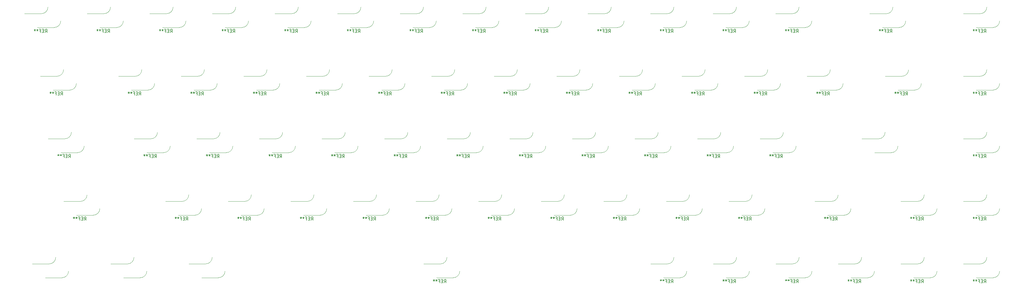
<source format=gbo>
G04 #@! TF.GenerationSoftware,KiCad,Pcbnew,5.1.10-88a1d61d58~90~ubuntu20.04.1*
G04 #@! TF.CreationDate,2021-10-08T00:04:58+03:00*
G04 #@! TF.ProjectId,discipline-pcb,64697363-6970-46c6-996e-652d7063622e,rev?*
G04 #@! TF.SameCoordinates,Original*
G04 #@! TF.FileFunction,Legend,Bot*
G04 #@! TF.FilePolarity,Positive*
%FSLAX46Y46*%
G04 Gerber Fmt 4.6, Leading zero omitted, Abs format (unit mm)*
G04 Created by KiCad (PCBNEW 5.1.10-88a1d61d58~90~ubuntu20.04.1) date 2021-10-08 00:04:58*
%MOMM*%
%LPD*%
G01*
G04 APERTURE LIST*
%ADD10C,0.120000*%
%ADD11C,0.150000*%
G04 APERTURE END LIST*
D10*
X68303750Y-116523750D02*
X63203750Y-116523750D01*
X72203750Y-120723750D02*
X67103750Y-120723750D01*
X74203750Y-118723750D02*
G75*
G02*
X72203750Y-120723750I-2000000J0D01*
G01*
X70303750Y-114523750D02*
G75*
G02*
X68303750Y-116523750I-2000000J0D01*
G01*
X70685050Y-135563620D02*
X65585050Y-135563620D01*
X74585050Y-139763620D02*
X69485050Y-139763620D01*
X72685050Y-133563620D02*
G75*
G02*
X70685050Y-135563620I-2000000J0D01*
G01*
X76585050Y-137763620D02*
G75*
G02*
X74585050Y-139763620I-2000000J0D01*
G01*
X79347450Y-158823750D02*
X74247450Y-158823750D01*
X75447450Y-154623750D02*
X70347450Y-154623750D01*
X77447450Y-152623750D02*
G75*
G02*
X75447450Y-154623750I-2000000J0D01*
G01*
X81347450Y-156823750D02*
G75*
G02*
X79347450Y-158823750I-2000000J0D01*
G01*
X117447450Y-177863620D02*
X112347450Y-177863620D01*
X113547450Y-173663620D02*
X108447450Y-173663620D01*
X115547450Y-171663620D02*
G75*
G02*
X113547450Y-173663620I-2000000J0D01*
G01*
X119447450Y-175863620D02*
G75*
G02*
X117447450Y-177863620I-2000000J0D01*
G01*
X93635050Y-177873750D02*
X88535050Y-177873750D01*
X89735050Y-173673750D02*
X84635050Y-173673750D01*
X91735050Y-171673750D02*
G75*
G02*
X89735050Y-173673750I-2000000J0D01*
G01*
X95635050Y-175873750D02*
G75*
G02*
X93635050Y-177873750I-2000000J0D01*
G01*
X69822450Y-177863620D02*
X64722450Y-177863620D01*
X65922450Y-173663620D02*
X60822450Y-173663620D01*
X67922450Y-171663620D02*
G75*
G02*
X65922450Y-173663620I-2000000J0D01*
G01*
X71822450Y-175863620D02*
G75*
G02*
X69822450Y-177863620I-2000000J0D01*
G01*
X349291250Y-97473750D02*
X344191250Y-97473750D01*
X353191250Y-101673750D02*
X348091250Y-101673750D01*
X351291250Y-95473750D02*
G75*
G02*
X349291250Y-97473750I-2000000J0D01*
G01*
X355191250Y-99673750D02*
G75*
G02*
X353191250Y-101673750I-2000000J0D01*
G01*
X349291250Y-116523750D02*
X344191250Y-116523750D01*
X353191250Y-120723750D02*
X348091250Y-120723750D01*
X351291250Y-114523750D02*
G75*
G02*
X349291250Y-116523750I-2000000J0D01*
G01*
X355191250Y-118723750D02*
G75*
G02*
X353191250Y-120723750I-2000000J0D01*
G01*
X353191250Y-139773750D02*
X348091250Y-139773750D01*
X349291250Y-135573750D02*
X344191250Y-135573750D01*
X351291250Y-133573750D02*
G75*
G02*
X349291250Y-135573750I-2000000J0D01*
G01*
X355191250Y-137773750D02*
G75*
G02*
X353191250Y-139773750I-2000000J0D01*
G01*
X353191250Y-158823750D02*
X348091250Y-158823750D01*
X349291250Y-154623750D02*
X344191250Y-154623750D01*
X351291250Y-152623750D02*
G75*
G02*
X349291250Y-154623750I-2000000J0D01*
G01*
X355191250Y-156823750D02*
G75*
G02*
X353191250Y-158823750I-2000000J0D01*
G01*
X353191250Y-177873750D02*
X348091250Y-177873750D01*
X349291250Y-173673750D02*
X344191250Y-173673750D01*
X351291250Y-171673750D02*
G75*
G02*
X349291250Y-173673750I-2000000J0D01*
G01*
X355191250Y-175873750D02*
G75*
G02*
X353191250Y-177873750I-2000000J0D01*
G01*
X334141250Y-158823750D02*
X329041250Y-158823750D01*
X330241250Y-154623750D02*
X325141250Y-154623750D01*
X332241250Y-152623750D02*
G75*
G02*
X330241250Y-154623750I-2000000J0D01*
G01*
X336141250Y-156823750D02*
G75*
G02*
X334141250Y-158823750I-2000000J0D01*
G01*
X305566250Y-120723750D02*
X300466250Y-120723750D01*
X301666250Y-116523750D02*
X296566250Y-116523750D01*
X303666250Y-114523750D02*
G75*
G02*
X301666250Y-116523750I-2000000J0D01*
G01*
X307566250Y-118723750D02*
G75*
G02*
X305566250Y-120723750I-2000000J0D01*
G01*
X296041250Y-101673750D02*
X290941250Y-101673750D01*
X292141250Y-97473750D02*
X287041250Y-97473750D01*
X294141250Y-95473750D02*
G75*
G02*
X292141250Y-97473750I-2000000J0D01*
G01*
X298041250Y-99673750D02*
G75*
G02*
X296041250Y-101673750I-2000000J0D01*
G01*
X281754250Y-158823750D02*
X276654250Y-158823750D01*
X277854250Y-154623750D02*
X272754250Y-154623750D01*
X279854250Y-152623750D02*
G75*
G02*
X277854250Y-154623750I-2000000J0D01*
G01*
X283754250Y-156823750D02*
G75*
G02*
X281754250Y-158823750I-2000000J0D01*
G01*
X291278250Y-139773750D02*
X286178250Y-139773750D01*
X287378250Y-135573750D02*
X282278250Y-135573750D01*
X289378250Y-133573750D02*
G75*
G02*
X287378250Y-135573750I-2000000J0D01*
G01*
X293278250Y-137773750D02*
G75*
G02*
X291278250Y-139773750I-2000000J0D01*
G01*
X286516250Y-120723750D02*
X281416250Y-120723750D01*
X282616250Y-116523750D02*
X277516250Y-116523750D01*
X284616250Y-114523750D02*
G75*
G02*
X282616250Y-116523750I-2000000J0D01*
G01*
X288516250Y-118723750D02*
G75*
G02*
X286516250Y-120723750I-2000000J0D01*
G01*
X276991250Y-101673750D02*
X271891250Y-101673750D01*
X273091250Y-97473750D02*
X267991250Y-97473750D01*
X275091250Y-95473750D02*
G75*
G02*
X273091250Y-97473750I-2000000J0D01*
G01*
X278991250Y-99673750D02*
G75*
G02*
X276991250Y-101673750I-2000000J0D01*
G01*
X262704250Y-158823750D02*
X257604250Y-158823750D01*
X258804250Y-154623750D02*
X253704250Y-154623750D01*
X260804250Y-152623750D02*
G75*
G02*
X258804250Y-154623750I-2000000J0D01*
G01*
X264704250Y-156823750D02*
G75*
G02*
X262704250Y-158823750I-2000000J0D01*
G01*
X272228250Y-139773750D02*
X267128250Y-139773750D01*
X268328250Y-135573750D02*
X263228250Y-135573750D01*
X270328250Y-133573750D02*
G75*
G02*
X268328250Y-135573750I-2000000J0D01*
G01*
X274228250Y-137773750D02*
G75*
G02*
X272228250Y-139773750I-2000000J0D01*
G01*
X267466250Y-120723750D02*
X262366250Y-120723750D01*
X263566250Y-116523750D02*
X258466250Y-116523750D01*
X265566250Y-114523750D02*
G75*
G02*
X263566250Y-116523750I-2000000J0D01*
G01*
X269466250Y-118723750D02*
G75*
G02*
X267466250Y-120723750I-2000000J0D01*
G01*
X257941250Y-101673750D02*
X252841250Y-101673750D01*
X254041250Y-97473750D02*
X248941250Y-97473750D01*
X256041250Y-95473750D02*
G75*
G02*
X254041250Y-97473750I-2000000J0D01*
G01*
X259941250Y-99673750D02*
G75*
G02*
X257941250Y-101673750I-2000000J0D01*
G01*
X243654250Y-158823750D02*
X238554250Y-158823750D01*
X239754250Y-154623750D02*
X234654250Y-154623750D01*
X241754250Y-152623750D02*
G75*
G02*
X239754250Y-154623750I-2000000J0D01*
G01*
X245654250Y-156823750D02*
G75*
G02*
X243654250Y-158823750I-2000000J0D01*
G01*
X296081528Y-177863620D02*
X290981528Y-177863620D01*
X292181528Y-173663620D02*
X287081528Y-173663620D01*
X294181528Y-171663620D02*
G75*
G02*
X292181528Y-173663620I-2000000J0D01*
G01*
X298081528Y-175863620D02*
G75*
G02*
X296081528Y-177863620I-2000000J0D01*
G01*
X334141250Y-177873750D02*
X329041250Y-177873750D01*
X330241250Y-173673750D02*
X325141250Y-173673750D01*
X332241250Y-171673750D02*
G75*
G02*
X330241250Y-173673750I-2000000J0D01*
G01*
X336141250Y-175873750D02*
G75*
G02*
X334141250Y-177873750I-2000000J0D01*
G01*
X315091250Y-177873750D02*
X309991250Y-177873750D01*
X311191250Y-173673750D02*
X306091250Y-173673750D01*
X313191250Y-171673750D02*
G75*
G02*
X311191250Y-173673750I-2000000J0D01*
G01*
X317091250Y-175873750D02*
G75*
G02*
X315091250Y-177873750I-2000000J0D01*
G01*
X188885250Y-177873750D02*
X183785250Y-177873750D01*
X184985250Y-173673750D02*
X179885250Y-173673750D01*
X186985250Y-171673750D02*
G75*
G02*
X184985250Y-173673750I-2000000J0D01*
G01*
X190885250Y-175873750D02*
G75*
G02*
X188885250Y-177873750I-2000000J0D01*
G01*
X224604250Y-158823750D02*
X219504250Y-158823750D01*
X220704250Y-154623750D02*
X215604250Y-154623750D01*
X222704250Y-152623750D02*
G75*
G02*
X220704250Y-154623750I-2000000J0D01*
G01*
X226604250Y-156823750D02*
G75*
G02*
X224604250Y-158823750I-2000000J0D01*
G01*
X205554250Y-158823750D02*
X200454250Y-158823750D01*
X201654250Y-154623750D02*
X196554250Y-154623750D01*
X203654250Y-152623750D02*
G75*
G02*
X201654250Y-154623750I-2000000J0D01*
G01*
X207554250Y-156823750D02*
G75*
G02*
X205554250Y-158823750I-2000000J0D01*
G01*
X186504250Y-158823750D02*
X181404250Y-158823750D01*
X182604250Y-154623750D02*
X177504250Y-154623750D01*
X184604250Y-152623750D02*
G75*
G02*
X182604250Y-154623750I-2000000J0D01*
G01*
X188504250Y-156823750D02*
G75*
G02*
X186504250Y-158823750I-2000000J0D01*
G01*
X167454250Y-158823750D02*
X162354250Y-158823750D01*
X163554250Y-154623750D02*
X158454250Y-154623750D01*
X165554250Y-152623750D02*
G75*
G02*
X163554250Y-154623750I-2000000J0D01*
G01*
X169454250Y-156823750D02*
G75*
G02*
X167454250Y-158823750I-2000000J0D01*
G01*
X148403750Y-158823750D02*
X143303750Y-158823750D01*
X144503750Y-154623750D02*
X139403750Y-154623750D01*
X146503750Y-152623750D02*
G75*
G02*
X144503750Y-154623750I-2000000J0D01*
G01*
X150403750Y-156823750D02*
G75*
G02*
X148403750Y-158823750I-2000000J0D01*
G01*
X129353750Y-158823750D02*
X124253750Y-158823750D01*
X125453750Y-154623750D02*
X120353750Y-154623750D01*
X127453750Y-152623750D02*
G75*
G02*
X125453750Y-154623750I-2000000J0D01*
G01*
X131353750Y-156823750D02*
G75*
G02*
X129353750Y-158823750I-2000000J0D01*
G01*
X110303750Y-158823750D02*
X105203750Y-158823750D01*
X106403750Y-154623750D02*
X101303750Y-154623750D01*
X108403750Y-152623750D02*
G75*
G02*
X106403750Y-154623750I-2000000J0D01*
G01*
X112303750Y-156823750D02*
G75*
G02*
X110303750Y-158823750I-2000000J0D01*
G01*
X253178250Y-139773750D02*
X248078250Y-139773750D01*
X249278250Y-135573750D02*
X244178250Y-135573750D01*
X251278250Y-133573750D02*
G75*
G02*
X249278250Y-135573750I-2000000J0D01*
G01*
X255178250Y-137773750D02*
G75*
G02*
X253178250Y-139773750I-2000000J0D01*
G01*
X234128250Y-139773750D02*
X229028250Y-139773750D01*
X230228250Y-135573750D02*
X225128250Y-135573750D01*
X232228250Y-133573750D02*
G75*
G02*
X230228250Y-135573750I-2000000J0D01*
G01*
X236128250Y-137773750D02*
G75*
G02*
X234128250Y-139773750I-2000000J0D01*
G01*
X215078250Y-139773750D02*
X209978250Y-139773750D01*
X211178250Y-135573750D02*
X206078250Y-135573750D01*
X213178250Y-133573750D02*
G75*
G02*
X211178250Y-135573750I-2000000J0D01*
G01*
X217078250Y-137773750D02*
G75*
G02*
X215078250Y-139773750I-2000000J0D01*
G01*
X196028250Y-139773750D02*
X190928250Y-139773750D01*
X192128250Y-135573750D02*
X187028250Y-135573750D01*
X194128250Y-133573750D02*
G75*
G02*
X192128250Y-135573750I-2000000J0D01*
G01*
X198028250Y-137773750D02*
G75*
G02*
X196028250Y-139773750I-2000000J0D01*
G01*
X176978250Y-139773750D02*
X171878250Y-139773750D01*
X173078250Y-135573750D02*
X167978250Y-135573750D01*
X175078250Y-133573750D02*
G75*
G02*
X173078250Y-135573750I-2000000J0D01*
G01*
X178978250Y-137773750D02*
G75*
G02*
X176978250Y-139773750I-2000000J0D01*
G01*
X157928250Y-139773750D02*
X152828250Y-139773750D01*
X154028250Y-135573750D02*
X148928250Y-135573750D01*
X156028250Y-133573750D02*
G75*
G02*
X154028250Y-135573750I-2000000J0D01*
G01*
X159928250Y-137773750D02*
G75*
G02*
X157928250Y-139773750I-2000000J0D01*
G01*
X138878750Y-139773750D02*
X133778750Y-139773750D01*
X134978750Y-135573750D02*
X129878750Y-135573750D01*
X136978750Y-133573750D02*
G75*
G02*
X134978750Y-135573750I-2000000J0D01*
G01*
X140878750Y-137773750D02*
G75*
G02*
X138878750Y-139773750I-2000000J0D01*
G01*
X119828750Y-139773750D02*
X114728750Y-139773750D01*
X115928750Y-135573750D02*
X110828750Y-135573750D01*
X117928750Y-133573750D02*
G75*
G02*
X115928750Y-135573750I-2000000J0D01*
G01*
X121828750Y-137773750D02*
G75*
G02*
X119828750Y-139773750I-2000000J0D01*
G01*
X100778750Y-139773750D02*
X95678750Y-139773750D01*
X96878750Y-135573750D02*
X91778750Y-135573750D01*
X98878750Y-133573750D02*
G75*
G02*
X96878750Y-135573750I-2000000J0D01*
G01*
X102778750Y-137773750D02*
G75*
G02*
X100778750Y-139773750I-2000000J0D01*
G01*
X248416250Y-120723750D02*
X243316250Y-120723750D01*
X244516250Y-116523750D02*
X239416250Y-116523750D01*
X246516250Y-114523750D02*
G75*
G02*
X244516250Y-116523750I-2000000J0D01*
G01*
X250416250Y-118723750D02*
G75*
G02*
X248416250Y-120723750I-2000000J0D01*
G01*
X229366250Y-120723750D02*
X224266250Y-120723750D01*
X225466250Y-116523750D02*
X220366250Y-116523750D01*
X227466250Y-114523750D02*
G75*
G02*
X225466250Y-116523750I-2000000J0D01*
G01*
X231366250Y-118723750D02*
G75*
G02*
X229366250Y-120723750I-2000000J0D01*
G01*
X210316250Y-120723750D02*
X205216250Y-120723750D01*
X206416250Y-116523750D02*
X201316250Y-116523750D01*
X208416250Y-114523750D02*
G75*
G02*
X206416250Y-116523750I-2000000J0D01*
G01*
X212316250Y-118723750D02*
G75*
G02*
X210316250Y-120723750I-2000000J0D01*
G01*
X191266250Y-120723750D02*
X186166250Y-120723750D01*
X187366250Y-116523750D02*
X182266250Y-116523750D01*
X189366250Y-114523750D02*
G75*
G02*
X187366250Y-116523750I-2000000J0D01*
G01*
X193266250Y-118723750D02*
G75*
G02*
X191266250Y-120723750I-2000000J0D01*
G01*
X172216250Y-120723750D02*
X167116250Y-120723750D01*
X168316250Y-116523750D02*
X163216250Y-116523750D01*
X170316250Y-114523750D02*
G75*
G02*
X168316250Y-116523750I-2000000J0D01*
G01*
X174216250Y-118723750D02*
G75*
G02*
X172216250Y-120723750I-2000000J0D01*
G01*
X153166250Y-120723750D02*
X148066250Y-120723750D01*
X149266250Y-116523750D02*
X144166250Y-116523750D01*
X151266250Y-114523750D02*
G75*
G02*
X149266250Y-116523750I-2000000J0D01*
G01*
X155166250Y-118723750D02*
G75*
G02*
X153166250Y-120723750I-2000000J0D01*
G01*
X115066250Y-120723750D02*
X109966250Y-120723750D01*
X111166250Y-116523750D02*
X106066250Y-116523750D01*
X113166250Y-114523750D02*
G75*
G02*
X111166250Y-116523750I-2000000J0D01*
G01*
X117066250Y-118723750D02*
G75*
G02*
X115066250Y-120723750I-2000000J0D01*
G01*
X96016250Y-120723750D02*
X90916250Y-120723750D01*
X92116250Y-116523750D02*
X87016250Y-116523750D01*
X94116250Y-114523750D02*
G75*
G02*
X92116250Y-116523750I-2000000J0D01*
G01*
X98016250Y-118723750D02*
G75*
G02*
X96016250Y-120723750I-2000000J0D01*
G01*
X238891250Y-101673750D02*
X233791250Y-101673750D01*
X234991250Y-97473750D02*
X229891250Y-97473750D01*
X236991250Y-95473750D02*
G75*
G02*
X234991250Y-97473750I-2000000J0D01*
G01*
X240891250Y-99673750D02*
G75*
G02*
X238891250Y-101673750I-2000000J0D01*
G01*
X219841250Y-101673750D02*
X214741250Y-101673750D01*
X215941250Y-97473750D02*
X210841250Y-97473750D01*
X217941250Y-95473750D02*
G75*
G02*
X215941250Y-97473750I-2000000J0D01*
G01*
X221841250Y-99673750D02*
G75*
G02*
X219841250Y-101673750I-2000000J0D01*
G01*
X200791250Y-101673750D02*
X195691250Y-101673750D01*
X196891250Y-97473750D02*
X191791250Y-97473750D01*
X198891250Y-95473750D02*
G75*
G02*
X196891250Y-97473750I-2000000J0D01*
G01*
X202791250Y-99673750D02*
G75*
G02*
X200791250Y-101673750I-2000000J0D01*
G01*
X181741250Y-101673750D02*
X176641250Y-101673750D01*
X177841250Y-97473750D02*
X172741250Y-97473750D01*
X179841250Y-95473750D02*
G75*
G02*
X177841250Y-97473750I-2000000J0D01*
G01*
X183741250Y-99673750D02*
G75*
G02*
X181741250Y-101673750I-2000000J0D01*
G01*
X162691250Y-101673750D02*
X157591250Y-101673750D01*
X158791250Y-97473750D02*
X153691250Y-97473750D01*
X160791250Y-95473750D02*
G75*
G02*
X158791250Y-97473750I-2000000J0D01*
G01*
X164691250Y-99673750D02*
G75*
G02*
X162691250Y-101673750I-2000000J0D01*
G01*
X143641250Y-101673750D02*
X138541250Y-101673750D01*
X139741250Y-97473750D02*
X134641250Y-97473750D01*
X141741250Y-95473750D02*
G75*
G02*
X139741250Y-97473750I-2000000J0D01*
G01*
X145641250Y-99673750D02*
G75*
G02*
X143641250Y-101673750I-2000000J0D01*
G01*
X124591250Y-101673750D02*
X119491250Y-101673750D01*
X120691250Y-97473750D02*
X115591250Y-97473750D01*
X122691250Y-95473750D02*
G75*
G02*
X120691250Y-97473750I-2000000J0D01*
G01*
X126591250Y-99673750D02*
G75*
G02*
X124591250Y-101673750I-2000000J0D01*
G01*
X105541250Y-101673750D02*
X100441250Y-101673750D01*
X101641250Y-97473750D02*
X96541250Y-97473750D01*
X103641250Y-95473750D02*
G75*
G02*
X101641250Y-97473750I-2000000J0D01*
G01*
X107541250Y-99673750D02*
G75*
G02*
X105541250Y-101673750I-2000000J0D01*
G01*
X86491250Y-101673750D02*
X81391250Y-101673750D01*
X82591250Y-97473750D02*
X77491250Y-97473750D01*
X84591250Y-95473750D02*
G75*
G02*
X82591250Y-97473750I-2000000J0D01*
G01*
X88491250Y-99673750D02*
G75*
G02*
X86491250Y-101673750I-2000000J0D01*
G01*
X67441250Y-101673750D02*
X62341250Y-101673750D01*
X63541250Y-97473750D02*
X58441250Y-97473750D01*
X65541250Y-95473750D02*
G75*
G02*
X63541250Y-97473750I-2000000J0D01*
G01*
X69441250Y-99673750D02*
G75*
G02*
X67441250Y-101673750I-2000000J0D01*
G01*
X134116250Y-120723750D02*
X129016250Y-120723750D01*
X130216250Y-116523750D02*
X125116250Y-116523750D01*
X132216250Y-114523750D02*
G75*
G02*
X130216250Y-116523750I-2000000J0D01*
G01*
X136116250Y-118723750D02*
G75*
G02*
X134116250Y-120723750I-2000000J0D01*
G01*
X257970884Y-177863620D02*
X252870884Y-177863620D01*
X254070884Y-173663620D02*
X248970884Y-173663620D01*
X256070884Y-171663620D02*
G75*
G02*
X254070884Y-173663620I-2000000J0D01*
G01*
X259970884Y-175863620D02*
G75*
G02*
X257970884Y-177863620I-2000000J0D01*
G01*
X277026206Y-177873750D02*
X271926206Y-177873750D01*
X273126206Y-173673750D02*
X268026206Y-173673750D01*
X275126206Y-171673750D02*
G75*
G02*
X273126206Y-173673750I-2000000J0D01*
G01*
X279026206Y-175873750D02*
G75*
G02*
X277026206Y-177873750I-2000000J0D01*
G01*
X304047250Y-154623750D02*
X298947250Y-154623750D01*
X307947250Y-158823750D02*
X302847250Y-158823750D01*
X306047250Y-152623750D02*
G75*
G02*
X304047250Y-154623750I-2000000J0D01*
G01*
X309947250Y-156823750D02*
G75*
G02*
X307947250Y-158823750I-2000000J0D01*
G01*
X320716250Y-97473750D02*
X315616250Y-97473750D01*
X324616250Y-101673750D02*
X319516250Y-101673750D01*
X326616250Y-99673750D02*
G75*
G02*
X324616250Y-101673750I-2000000J0D01*
G01*
X322716250Y-95473750D02*
G75*
G02*
X320716250Y-97473750I-2000000J0D01*
G01*
X325478250Y-116523750D02*
X320378250Y-116523750D01*
X329378250Y-120723750D02*
X324278250Y-120723750D01*
X331378250Y-118723750D02*
G75*
G02*
X329378250Y-120723750I-2000000J0D01*
G01*
X327478250Y-114523750D02*
G75*
G02*
X325478250Y-116523750I-2000000J0D01*
G01*
X318335250Y-135573750D02*
X313235250Y-135573750D01*
X322235250Y-139773750D02*
X317135250Y-139773750D01*
X324235250Y-137773750D02*
G75*
G02*
X322235250Y-139773750I-2000000J0D01*
G01*
X320335250Y-133573750D02*
G75*
G02*
X318335250Y-135573750I-2000000J0D01*
G01*
D11*
X69437083Y-122276130D02*
X69770416Y-121799940D01*
X70008511Y-122276130D02*
X70008511Y-121276130D01*
X69627559Y-121276130D01*
X69532321Y-121323750D01*
X69484702Y-121371369D01*
X69437083Y-121466607D01*
X69437083Y-121609464D01*
X69484702Y-121704702D01*
X69532321Y-121752321D01*
X69627559Y-121799940D01*
X70008511Y-121799940D01*
X69008511Y-121752321D02*
X68675178Y-121752321D01*
X68532321Y-122276130D02*
X69008511Y-122276130D01*
X69008511Y-121276130D01*
X68532321Y-121276130D01*
X67770416Y-121752321D02*
X68103750Y-121752321D01*
X68103750Y-122276130D02*
X68103750Y-121276130D01*
X67627559Y-121276130D01*
X67103750Y-121276130D02*
X67103750Y-121514226D01*
X67341845Y-121418988D02*
X67103750Y-121514226D01*
X66865654Y-121418988D01*
X67246607Y-121704702D02*
X67103750Y-121514226D01*
X66960892Y-121704702D01*
X66341845Y-121276130D02*
X66341845Y-121514226D01*
X66579940Y-121418988D02*
X66341845Y-121514226D01*
X66103750Y-121418988D01*
X66484702Y-121704702D02*
X66341845Y-121514226D01*
X66198988Y-121704702D01*
X71818383Y-141316000D02*
X72151716Y-140839810D01*
X72389811Y-141316000D02*
X72389811Y-140316000D01*
X72008859Y-140316000D01*
X71913621Y-140363620D01*
X71866002Y-140411239D01*
X71818383Y-140506477D01*
X71818383Y-140649334D01*
X71866002Y-140744572D01*
X71913621Y-140792191D01*
X72008859Y-140839810D01*
X72389811Y-140839810D01*
X71389811Y-140792191D02*
X71056478Y-140792191D01*
X70913621Y-141316000D02*
X71389811Y-141316000D01*
X71389811Y-140316000D01*
X70913621Y-140316000D01*
X70151716Y-140792191D02*
X70485050Y-140792191D01*
X70485050Y-141316000D02*
X70485050Y-140316000D01*
X70008859Y-140316000D01*
X69485050Y-140316000D02*
X69485050Y-140554096D01*
X69723145Y-140458858D02*
X69485050Y-140554096D01*
X69246954Y-140458858D01*
X69627907Y-140744572D02*
X69485050Y-140554096D01*
X69342192Y-140744572D01*
X68723145Y-140316000D02*
X68723145Y-140554096D01*
X68961240Y-140458858D02*
X68723145Y-140554096D01*
X68485050Y-140458858D01*
X68866002Y-140744572D02*
X68723145Y-140554096D01*
X68580288Y-140744572D01*
X76580783Y-160376130D02*
X76914116Y-159899940D01*
X77152211Y-160376130D02*
X77152211Y-159376130D01*
X76771259Y-159376130D01*
X76676021Y-159423750D01*
X76628402Y-159471369D01*
X76580783Y-159566607D01*
X76580783Y-159709464D01*
X76628402Y-159804702D01*
X76676021Y-159852321D01*
X76771259Y-159899940D01*
X77152211Y-159899940D01*
X76152211Y-159852321D02*
X75818878Y-159852321D01*
X75676021Y-160376130D02*
X76152211Y-160376130D01*
X76152211Y-159376130D01*
X75676021Y-159376130D01*
X74914116Y-159852321D02*
X75247450Y-159852321D01*
X75247450Y-160376130D02*
X75247450Y-159376130D01*
X74771259Y-159376130D01*
X74247450Y-159376130D02*
X74247450Y-159614226D01*
X74485545Y-159518988D02*
X74247450Y-159614226D01*
X74009354Y-159518988D01*
X74390307Y-159804702D02*
X74247450Y-159614226D01*
X74104592Y-159804702D01*
X73485545Y-159376130D02*
X73485545Y-159614226D01*
X73723640Y-159518988D02*
X73485545Y-159614226D01*
X73247450Y-159518988D01*
X73628402Y-159804702D02*
X73485545Y-159614226D01*
X73342688Y-159804702D01*
X350424583Y-103226130D02*
X350757916Y-102749940D01*
X350996011Y-103226130D02*
X350996011Y-102226130D01*
X350615059Y-102226130D01*
X350519821Y-102273750D01*
X350472202Y-102321369D01*
X350424583Y-102416607D01*
X350424583Y-102559464D01*
X350472202Y-102654702D01*
X350519821Y-102702321D01*
X350615059Y-102749940D01*
X350996011Y-102749940D01*
X349996011Y-102702321D02*
X349662678Y-102702321D01*
X349519821Y-103226130D02*
X349996011Y-103226130D01*
X349996011Y-102226130D01*
X349519821Y-102226130D01*
X348757916Y-102702321D02*
X349091250Y-102702321D01*
X349091250Y-103226130D02*
X349091250Y-102226130D01*
X348615059Y-102226130D01*
X348091250Y-102226130D02*
X348091250Y-102464226D01*
X348329345Y-102368988D02*
X348091250Y-102464226D01*
X347853154Y-102368988D01*
X348234107Y-102654702D02*
X348091250Y-102464226D01*
X347948392Y-102654702D01*
X347329345Y-102226130D02*
X347329345Y-102464226D01*
X347567440Y-102368988D02*
X347329345Y-102464226D01*
X347091250Y-102368988D01*
X347472202Y-102654702D02*
X347329345Y-102464226D01*
X347186488Y-102654702D01*
X350424583Y-122276130D02*
X350757916Y-121799940D01*
X350996011Y-122276130D02*
X350996011Y-121276130D01*
X350615059Y-121276130D01*
X350519821Y-121323750D01*
X350472202Y-121371369D01*
X350424583Y-121466607D01*
X350424583Y-121609464D01*
X350472202Y-121704702D01*
X350519821Y-121752321D01*
X350615059Y-121799940D01*
X350996011Y-121799940D01*
X349996011Y-121752321D02*
X349662678Y-121752321D01*
X349519821Y-122276130D02*
X349996011Y-122276130D01*
X349996011Y-121276130D01*
X349519821Y-121276130D01*
X348757916Y-121752321D02*
X349091250Y-121752321D01*
X349091250Y-122276130D02*
X349091250Y-121276130D01*
X348615059Y-121276130D01*
X348091250Y-121276130D02*
X348091250Y-121514226D01*
X348329345Y-121418988D02*
X348091250Y-121514226D01*
X347853154Y-121418988D01*
X348234107Y-121704702D02*
X348091250Y-121514226D01*
X347948392Y-121704702D01*
X347329345Y-121276130D02*
X347329345Y-121514226D01*
X347567440Y-121418988D02*
X347329345Y-121514226D01*
X347091250Y-121418988D01*
X347472202Y-121704702D02*
X347329345Y-121514226D01*
X347186488Y-121704702D01*
X350424583Y-141326130D02*
X350757916Y-140849940D01*
X350996011Y-141326130D02*
X350996011Y-140326130D01*
X350615059Y-140326130D01*
X350519821Y-140373750D01*
X350472202Y-140421369D01*
X350424583Y-140516607D01*
X350424583Y-140659464D01*
X350472202Y-140754702D01*
X350519821Y-140802321D01*
X350615059Y-140849940D01*
X350996011Y-140849940D01*
X349996011Y-140802321D02*
X349662678Y-140802321D01*
X349519821Y-141326130D02*
X349996011Y-141326130D01*
X349996011Y-140326130D01*
X349519821Y-140326130D01*
X348757916Y-140802321D02*
X349091250Y-140802321D01*
X349091250Y-141326130D02*
X349091250Y-140326130D01*
X348615059Y-140326130D01*
X348091250Y-140326130D02*
X348091250Y-140564226D01*
X348329345Y-140468988D02*
X348091250Y-140564226D01*
X347853154Y-140468988D01*
X348234107Y-140754702D02*
X348091250Y-140564226D01*
X347948392Y-140754702D01*
X347329345Y-140326130D02*
X347329345Y-140564226D01*
X347567440Y-140468988D02*
X347329345Y-140564226D01*
X347091250Y-140468988D01*
X347472202Y-140754702D02*
X347329345Y-140564226D01*
X347186488Y-140754702D01*
X350424583Y-160376130D02*
X350757916Y-159899940D01*
X350996011Y-160376130D02*
X350996011Y-159376130D01*
X350615059Y-159376130D01*
X350519821Y-159423750D01*
X350472202Y-159471369D01*
X350424583Y-159566607D01*
X350424583Y-159709464D01*
X350472202Y-159804702D01*
X350519821Y-159852321D01*
X350615059Y-159899940D01*
X350996011Y-159899940D01*
X349996011Y-159852321D02*
X349662678Y-159852321D01*
X349519821Y-160376130D02*
X349996011Y-160376130D01*
X349996011Y-159376130D01*
X349519821Y-159376130D01*
X348757916Y-159852321D02*
X349091250Y-159852321D01*
X349091250Y-160376130D02*
X349091250Y-159376130D01*
X348615059Y-159376130D01*
X348091250Y-159376130D02*
X348091250Y-159614226D01*
X348329345Y-159518988D02*
X348091250Y-159614226D01*
X347853154Y-159518988D01*
X348234107Y-159804702D02*
X348091250Y-159614226D01*
X347948392Y-159804702D01*
X347329345Y-159376130D02*
X347329345Y-159614226D01*
X347567440Y-159518988D02*
X347329345Y-159614226D01*
X347091250Y-159518988D01*
X347472202Y-159804702D02*
X347329345Y-159614226D01*
X347186488Y-159804702D01*
X350424583Y-179426130D02*
X350757916Y-178949940D01*
X350996011Y-179426130D02*
X350996011Y-178426130D01*
X350615059Y-178426130D01*
X350519821Y-178473750D01*
X350472202Y-178521369D01*
X350424583Y-178616607D01*
X350424583Y-178759464D01*
X350472202Y-178854702D01*
X350519821Y-178902321D01*
X350615059Y-178949940D01*
X350996011Y-178949940D01*
X349996011Y-178902321D02*
X349662678Y-178902321D01*
X349519821Y-179426130D02*
X349996011Y-179426130D01*
X349996011Y-178426130D01*
X349519821Y-178426130D01*
X348757916Y-178902321D02*
X349091250Y-178902321D01*
X349091250Y-179426130D02*
X349091250Y-178426130D01*
X348615059Y-178426130D01*
X348091250Y-178426130D02*
X348091250Y-178664226D01*
X348329345Y-178568988D02*
X348091250Y-178664226D01*
X347853154Y-178568988D01*
X348234107Y-178854702D02*
X348091250Y-178664226D01*
X347948392Y-178854702D01*
X347329345Y-178426130D02*
X347329345Y-178664226D01*
X347567440Y-178568988D02*
X347329345Y-178664226D01*
X347091250Y-178568988D01*
X347472202Y-178854702D02*
X347329345Y-178664226D01*
X347186488Y-178854702D01*
X331374583Y-160376130D02*
X331707916Y-159899940D01*
X331946011Y-160376130D02*
X331946011Y-159376130D01*
X331565059Y-159376130D01*
X331469821Y-159423750D01*
X331422202Y-159471369D01*
X331374583Y-159566607D01*
X331374583Y-159709464D01*
X331422202Y-159804702D01*
X331469821Y-159852321D01*
X331565059Y-159899940D01*
X331946011Y-159899940D01*
X330946011Y-159852321D02*
X330612678Y-159852321D01*
X330469821Y-160376130D02*
X330946011Y-160376130D01*
X330946011Y-159376130D01*
X330469821Y-159376130D01*
X329707916Y-159852321D02*
X330041250Y-159852321D01*
X330041250Y-160376130D02*
X330041250Y-159376130D01*
X329565059Y-159376130D01*
X329041250Y-159376130D02*
X329041250Y-159614226D01*
X329279345Y-159518988D02*
X329041250Y-159614226D01*
X328803154Y-159518988D01*
X329184107Y-159804702D02*
X329041250Y-159614226D01*
X328898392Y-159804702D01*
X328279345Y-159376130D02*
X328279345Y-159614226D01*
X328517440Y-159518988D02*
X328279345Y-159614226D01*
X328041250Y-159518988D01*
X328422202Y-159804702D02*
X328279345Y-159614226D01*
X328136488Y-159804702D01*
X302799583Y-122276130D02*
X303132916Y-121799940D01*
X303371011Y-122276130D02*
X303371011Y-121276130D01*
X302990059Y-121276130D01*
X302894821Y-121323750D01*
X302847202Y-121371369D01*
X302799583Y-121466607D01*
X302799583Y-121609464D01*
X302847202Y-121704702D01*
X302894821Y-121752321D01*
X302990059Y-121799940D01*
X303371011Y-121799940D01*
X302371011Y-121752321D02*
X302037678Y-121752321D01*
X301894821Y-122276130D02*
X302371011Y-122276130D01*
X302371011Y-121276130D01*
X301894821Y-121276130D01*
X301132916Y-121752321D02*
X301466250Y-121752321D01*
X301466250Y-122276130D02*
X301466250Y-121276130D01*
X300990059Y-121276130D01*
X300466250Y-121276130D02*
X300466250Y-121514226D01*
X300704345Y-121418988D02*
X300466250Y-121514226D01*
X300228154Y-121418988D01*
X300609107Y-121704702D02*
X300466250Y-121514226D01*
X300323392Y-121704702D01*
X299704345Y-121276130D02*
X299704345Y-121514226D01*
X299942440Y-121418988D02*
X299704345Y-121514226D01*
X299466250Y-121418988D01*
X299847202Y-121704702D02*
X299704345Y-121514226D01*
X299561488Y-121704702D01*
X293274583Y-103226130D02*
X293607916Y-102749940D01*
X293846011Y-103226130D02*
X293846011Y-102226130D01*
X293465059Y-102226130D01*
X293369821Y-102273750D01*
X293322202Y-102321369D01*
X293274583Y-102416607D01*
X293274583Y-102559464D01*
X293322202Y-102654702D01*
X293369821Y-102702321D01*
X293465059Y-102749940D01*
X293846011Y-102749940D01*
X292846011Y-102702321D02*
X292512678Y-102702321D01*
X292369821Y-103226130D02*
X292846011Y-103226130D01*
X292846011Y-102226130D01*
X292369821Y-102226130D01*
X291607916Y-102702321D02*
X291941250Y-102702321D01*
X291941250Y-103226130D02*
X291941250Y-102226130D01*
X291465059Y-102226130D01*
X290941250Y-102226130D02*
X290941250Y-102464226D01*
X291179345Y-102368988D02*
X290941250Y-102464226D01*
X290703154Y-102368988D01*
X291084107Y-102654702D02*
X290941250Y-102464226D01*
X290798392Y-102654702D01*
X290179345Y-102226130D02*
X290179345Y-102464226D01*
X290417440Y-102368988D02*
X290179345Y-102464226D01*
X289941250Y-102368988D01*
X290322202Y-102654702D02*
X290179345Y-102464226D01*
X290036488Y-102654702D01*
X278987583Y-160376130D02*
X279320916Y-159899940D01*
X279559011Y-160376130D02*
X279559011Y-159376130D01*
X279178059Y-159376130D01*
X279082821Y-159423750D01*
X279035202Y-159471369D01*
X278987583Y-159566607D01*
X278987583Y-159709464D01*
X279035202Y-159804702D01*
X279082821Y-159852321D01*
X279178059Y-159899940D01*
X279559011Y-159899940D01*
X278559011Y-159852321D02*
X278225678Y-159852321D01*
X278082821Y-160376130D02*
X278559011Y-160376130D01*
X278559011Y-159376130D01*
X278082821Y-159376130D01*
X277320916Y-159852321D02*
X277654250Y-159852321D01*
X277654250Y-160376130D02*
X277654250Y-159376130D01*
X277178059Y-159376130D01*
X276654250Y-159376130D02*
X276654250Y-159614226D01*
X276892345Y-159518988D02*
X276654250Y-159614226D01*
X276416154Y-159518988D01*
X276797107Y-159804702D02*
X276654250Y-159614226D01*
X276511392Y-159804702D01*
X275892345Y-159376130D02*
X275892345Y-159614226D01*
X276130440Y-159518988D02*
X275892345Y-159614226D01*
X275654250Y-159518988D01*
X276035202Y-159804702D02*
X275892345Y-159614226D01*
X275749488Y-159804702D01*
X288511583Y-141326130D02*
X288844916Y-140849940D01*
X289083011Y-141326130D02*
X289083011Y-140326130D01*
X288702059Y-140326130D01*
X288606821Y-140373750D01*
X288559202Y-140421369D01*
X288511583Y-140516607D01*
X288511583Y-140659464D01*
X288559202Y-140754702D01*
X288606821Y-140802321D01*
X288702059Y-140849940D01*
X289083011Y-140849940D01*
X288083011Y-140802321D02*
X287749678Y-140802321D01*
X287606821Y-141326130D02*
X288083011Y-141326130D01*
X288083011Y-140326130D01*
X287606821Y-140326130D01*
X286844916Y-140802321D02*
X287178250Y-140802321D01*
X287178250Y-141326130D02*
X287178250Y-140326130D01*
X286702059Y-140326130D01*
X286178250Y-140326130D02*
X286178250Y-140564226D01*
X286416345Y-140468988D02*
X286178250Y-140564226D01*
X285940154Y-140468988D01*
X286321107Y-140754702D02*
X286178250Y-140564226D01*
X286035392Y-140754702D01*
X285416345Y-140326130D02*
X285416345Y-140564226D01*
X285654440Y-140468988D02*
X285416345Y-140564226D01*
X285178250Y-140468988D01*
X285559202Y-140754702D02*
X285416345Y-140564226D01*
X285273488Y-140754702D01*
X283749583Y-122276130D02*
X284082916Y-121799940D01*
X284321011Y-122276130D02*
X284321011Y-121276130D01*
X283940059Y-121276130D01*
X283844821Y-121323750D01*
X283797202Y-121371369D01*
X283749583Y-121466607D01*
X283749583Y-121609464D01*
X283797202Y-121704702D01*
X283844821Y-121752321D01*
X283940059Y-121799940D01*
X284321011Y-121799940D01*
X283321011Y-121752321D02*
X282987678Y-121752321D01*
X282844821Y-122276130D02*
X283321011Y-122276130D01*
X283321011Y-121276130D01*
X282844821Y-121276130D01*
X282082916Y-121752321D02*
X282416250Y-121752321D01*
X282416250Y-122276130D02*
X282416250Y-121276130D01*
X281940059Y-121276130D01*
X281416250Y-121276130D02*
X281416250Y-121514226D01*
X281654345Y-121418988D02*
X281416250Y-121514226D01*
X281178154Y-121418988D01*
X281559107Y-121704702D02*
X281416250Y-121514226D01*
X281273392Y-121704702D01*
X280654345Y-121276130D02*
X280654345Y-121514226D01*
X280892440Y-121418988D02*
X280654345Y-121514226D01*
X280416250Y-121418988D01*
X280797202Y-121704702D02*
X280654345Y-121514226D01*
X280511488Y-121704702D01*
X274224583Y-103226130D02*
X274557916Y-102749940D01*
X274796011Y-103226130D02*
X274796011Y-102226130D01*
X274415059Y-102226130D01*
X274319821Y-102273750D01*
X274272202Y-102321369D01*
X274224583Y-102416607D01*
X274224583Y-102559464D01*
X274272202Y-102654702D01*
X274319821Y-102702321D01*
X274415059Y-102749940D01*
X274796011Y-102749940D01*
X273796011Y-102702321D02*
X273462678Y-102702321D01*
X273319821Y-103226130D02*
X273796011Y-103226130D01*
X273796011Y-102226130D01*
X273319821Y-102226130D01*
X272557916Y-102702321D02*
X272891250Y-102702321D01*
X272891250Y-103226130D02*
X272891250Y-102226130D01*
X272415059Y-102226130D01*
X271891250Y-102226130D02*
X271891250Y-102464226D01*
X272129345Y-102368988D02*
X271891250Y-102464226D01*
X271653154Y-102368988D01*
X272034107Y-102654702D02*
X271891250Y-102464226D01*
X271748392Y-102654702D01*
X271129345Y-102226130D02*
X271129345Y-102464226D01*
X271367440Y-102368988D02*
X271129345Y-102464226D01*
X270891250Y-102368988D01*
X271272202Y-102654702D02*
X271129345Y-102464226D01*
X270986488Y-102654702D01*
X259937583Y-160376130D02*
X260270916Y-159899940D01*
X260509011Y-160376130D02*
X260509011Y-159376130D01*
X260128059Y-159376130D01*
X260032821Y-159423750D01*
X259985202Y-159471369D01*
X259937583Y-159566607D01*
X259937583Y-159709464D01*
X259985202Y-159804702D01*
X260032821Y-159852321D01*
X260128059Y-159899940D01*
X260509011Y-159899940D01*
X259509011Y-159852321D02*
X259175678Y-159852321D01*
X259032821Y-160376130D02*
X259509011Y-160376130D01*
X259509011Y-159376130D01*
X259032821Y-159376130D01*
X258270916Y-159852321D02*
X258604250Y-159852321D01*
X258604250Y-160376130D02*
X258604250Y-159376130D01*
X258128059Y-159376130D01*
X257604250Y-159376130D02*
X257604250Y-159614226D01*
X257842345Y-159518988D02*
X257604250Y-159614226D01*
X257366154Y-159518988D01*
X257747107Y-159804702D02*
X257604250Y-159614226D01*
X257461392Y-159804702D01*
X256842345Y-159376130D02*
X256842345Y-159614226D01*
X257080440Y-159518988D02*
X256842345Y-159614226D01*
X256604250Y-159518988D01*
X256985202Y-159804702D02*
X256842345Y-159614226D01*
X256699488Y-159804702D01*
X269461583Y-141326130D02*
X269794916Y-140849940D01*
X270033011Y-141326130D02*
X270033011Y-140326130D01*
X269652059Y-140326130D01*
X269556821Y-140373750D01*
X269509202Y-140421369D01*
X269461583Y-140516607D01*
X269461583Y-140659464D01*
X269509202Y-140754702D01*
X269556821Y-140802321D01*
X269652059Y-140849940D01*
X270033011Y-140849940D01*
X269033011Y-140802321D02*
X268699678Y-140802321D01*
X268556821Y-141326130D02*
X269033011Y-141326130D01*
X269033011Y-140326130D01*
X268556821Y-140326130D01*
X267794916Y-140802321D02*
X268128250Y-140802321D01*
X268128250Y-141326130D02*
X268128250Y-140326130D01*
X267652059Y-140326130D01*
X267128250Y-140326130D02*
X267128250Y-140564226D01*
X267366345Y-140468988D02*
X267128250Y-140564226D01*
X266890154Y-140468988D01*
X267271107Y-140754702D02*
X267128250Y-140564226D01*
X266985392Y-140754702D01*
X266366345Y-140326130D02*
X266366345Y-140564226D01*
X266604440Y-140468988D02*
X266366345Y-140564226D01*
X266128250Y-140468988D01*
X266509202Y-140754702D02*
X266366345Y-140564226D01*
X266223488Y-140754702D01*
X264699583Y-122276130D02*
X265032916Y-121799940D01*
X265271011Y-122276130D02*
X265271011Y-121276130D01*
X264890059Y-121276130D01*
X264794821Y-121323750D01*
X264747202Y-121371369D01*
X264699583Y-121466607D01*
X264699583Y-121609464D01*
X264747202Y-121704702D01*
X264794821Y-121752321D01*
X264890059Y-121799940D01*
X265271011Y-121799940D01*
X264271011Y-121752321D02*
X263937678Y-121752321D01*
X263794821Y-122276130D02*
X264271011Y-122276130D01*
X264271011Y-121276130D01*
X263794821Y-121276130D01*
X263032916Y-121752321D02*
X263366250Y-121752321D01*
X263366250Y-122276130D02*
X263366250Y-121276130D01*
X262890059Y-121276130D01*
X262366250Y-121276130D02*
X262366250Y-121514226D01*
X262604345Y-121418988D02*
X262366250Y-121514226D01*
X262128154Y-121418988D01*
X262509107Y-121704702D02*
X262366250Y-121514226D01*
X262223392Y-121704702D01*
X261604345Y-121276130D02*
X261604345Y-121514226D01*
X261842440Y-121418988D02*
X261604345Y-121514226D01*
X261366250Y-121418988D01*
X261747202Y-121704702D02*
X261604345Y-121514226D01*
X261461488Y-121704702D01*
X255174583Y-103226130D02*
X255507916Y-102749940D01*
X255746011Y-103226130D02*
X255746011Y-102226130D01*
X255365059Y-102226130D01*
X255269821Y-102273750D01*
X255222202Y-102321369D01*
X255174583Y-102416607D01*
X255174583Y-102559464D01*
X255222202Y-102654702D01*
X255269821Y-102702321D01*
X255365059Y-102749940D01*
X255746011Y-102749940D01*
X254746011Y-102702321D02*
X254412678Y-102702321D01*
X254269821Y-103226130D02*
X254746011Y-103226130D01*
X254746011Y-102226130D01*
X254269821Y-102226130D01*
X253507916Y-102702321D02*
X253841250Y-102702321D01*
X253841250Y-103226130D02*
X253841250Y-102226130D01*
X253365059Y-102226130D01*
X252841250Y-102226130D02*
X252841250Y-102464226D01*
X253079345Y-102368988D02*
X252841250Y-102464226D01*
X252603154Y-102368988D01*
X252984107Y-102654702D02*
X252841250Y-102464226D01*
X252698392Y-102654702D01*
X252079345Y-102226130D02*
X252079345Y-102464226D01*
X252317440Y-102368988D02*
X252079345Y-102464226D01*
X251841250Y-102368988D01*
X252222202Y-102654702D02*
X252079345Y-102464226D01*
X251936488Y-102654702D01*
X240887583Y-160376130D02*
X241220916Y-159899940D01*
X241459011Y-160376130D02*
X241459011Y-159376130D01*
X241078059Y-159376130D01*
X240982821Y-159423750D01*
X240935202Y-159471369D01*
X240887583Y-159566607D01*
X240887583Y-159709464D01*
X240935202Y-159804702D01*
X240982821Y-159852321D01*
X241078059Y-159899940D01*
X241459011Y-159899940D01*
X240459011Y-159852321D02*
X240125678Y-159852321D01*
X239982821Y-160376130D02*
X240459011Y-160376130D01*
X240459011Y-159376130D01*
X239982821Y-159376130D01*
X239220916Y-159852321D02*
X239554250Y-159852321D01*
X239554250Y-160376130D02*
X239554250Y-159376130D01*
X239078059Y-159376130D01*
X238554250Y-159376130D02*
X238554250Y-159614226D01*
X238792345Y-159518988D02*
X238554250Y-159614226D01*
X238316154Y-159518988D01*
X238697107Y-159804702D02*
X238554250Y-159614226D01*
X238411392Y-159804702D01*
X237792345Y-159376130D02*
X237792345Y-159614226D01*
X238030440Y-159518988D02*
X237792345Y-159614226D01*
X237554250Y-159518988D01*
X237935202Y-159804702D02*
X237792345Y-159614226D01*
X237649488Y-159804702D01*
X293314861Y-179416000D02*
X293648194Y-178939810D01*
X293886289Y-179416000D02*
X293886289Y-178416000D01*
X293505337Y-178416000D01*
X293410099Y-178463620D01*
X293362480Y-178511239D01*
X293314861Y-178606477D01*
X293314861Y-178749334D01*
X293362480Y-178844572D01*
X293410099Y-178892191D01*
X293505337Y-178939810D01*
X293886289Y-178939810D01*
X292886289Y-178892191D02*
X292552956Y-178892191D01*
X292410099Y-179416000D02*
X292886289Y-179416000D01*
X292886289Y-178416000D01*
X292410099Y-178416000D01*
X291648194Y-178892191D02*
X291981528Y-178892191D01*
X291981528Y-179416000D02*
X291981528Y-178416000D01*
X291505337Y-178416000D01*
X290981528Y-178416000D02*
X290981528Y-178654096D01*
X291219623Y-178558858D02*
X290981528Y-178654096D01*
X290743432Y-178558858D01*
X291124385Y-178844572D02*
X290981528Y-178654096D01*
X290838670Y-178844572D01*
X290219623Y-178416000D02*
X290219623Y-178654096D01*
X290457718Y-178558858D02*
X290219623Y-178654096D01*
X289981528Y-178558858D01*
X290362480Y-178844572D02*
X290219623Y-178654096D01*
X290076766Y-178844572D01*
X331374583Y-179426130D02*
X331707916Y-178949940D01*
X331946011Y-179426130D02*
X331946011Y-178426130D01*
X331565059Y-178426130D01*
X331469821Y-178473750D01*
X331422202Y-178521369D01*
X331374583Y-178616607D01*
X331374583Y-178759464D01*
X331422202Y-178854702D01*
X331469821Y-178902321D01*
X331565059Y-178949940D01*
X331946011Y-178949940D01*
X330946011Y-178902321D02*
X330612678Y-178902321D01*
X330469821Y-179426130D02*
X330946011Y-179426130D01*
X330946011Y-178426130D01*
X330469821Y-178426130D01*
X329707916Y-178902321D02*
X330041250Y-178902321D01*
X330041250Y-179426130D02*
X330041250Y-178426130D01*
X329565059Y-178426130D01*
X329041250Y-178426130D02*
X329041250Y-178664226D01*
X329279345Y-178568988D02*
X329041250Y-178664226D01*
X328803154Y-178568988D01*
X329184107Y-178854702D02*
X329041250Y-178664226D01*
X328898392Y-178854702D01*
X328279345Y-178426130D02*
X328279345Y-178664226D01*
X328517440Y-178568988D02*
X328279345Y-178664226D01*
X328041250Y-178568988D01*
X328422202Y-178854702D02*
X328279345Y-178664226D01*
X328136488Y-178854702D01*
X312324583Y-179426130D02*
X312657916Y-178949940D01*
X312896011Y-179426130D02*
X312896011Y-178426130D01*
X312515059Y-178426130D01*
X312419821Y-178473750D01*
X312372202Y-178521369D01*
X312324583Y-178616607D01*
X312324583Y-178759464D01*
X312372202Y-178854702D01*
X312419821Y-178902321D01*
X312515059Y-178949940D01*
X312896011Y-178949940D01*
X311896011Y-178902321D02*
X311562678Y-178902321D01*
X311419821Y-179426130D02*
X311896011Y-179426130D01*
X311896011Y-178426130D01*
X311419821Y-178426130D01*
X310657916Y-178902321D02*
X310991250Y-178902321D01*
X310991250Y-179426130D02*
X310991250Y-178426130D01*
X310515059Y-178426130D01*
X309991250Y-178426130D02*
X309991250Y-178664226D01*
X310229345Y-178568988D02*
X309991250Y-178664226D01*
X309753154Y-178568988D01*
X310134107Y-178854702D02*
X309991250Y-178664226D01*
X309848392Y-178854702D01*
X309229345Y-178426130D02*
X309229345Y-178664226D01*
X309467440Y-178568988D02*
X309229345Y-178664226D01*
X308991250Y-178568988D01*
X309372202Y-178854702D02*
X309229345Y-178664226D01*
X309086488Y-178854702D01*
X186118583Y-179426130D02*
X186451916Y-178949940D01*
X186690011Y-179426130D02*
X186690011Y-178426130D01*
X186309059Y-178426130D01*
X186213821Y-178473750D01*
X186166202Y-178521369D01*
X186118583Y-178616607D01*
X186118583Y-178759464D01*
X186166202Y-178854702D01*
X186213821Y-178902321D01*
X186309059Y-178949940D01*
X186690011Y-178949940D01*
X185690011Y-178902321D02*
X185356678Y-178902321D01*
X185213821Y-179426130D02*
X185690011Y-179426130D01*
X185690011Y-178426130D01*
X185213821Y-178426130D01*
X184451916Y-178902321D02*
X184785250Y-178902321D01*
X184785250Y-179426130D02*
X184785250Y-178426130D01*
X184309059Y-178426130D01*
X183785250Y-178426130D02*
X183785250Y-178664226D01*
X184023345Y-178568988D02*
X183785250Y-178664226D01*
X183547154Y-178568988D01*
X183928107Y-178854702D02*
X183785250Y-178664226D01*
X183642392Y-178854702D01*
X183023345Y-178426130D02*
X183023345Y-178664226D01*
X183261440Y-178568988D02*
X183023345Y-178664226D01*
X182785250Y-178568988D01*
X183166202Y-178854702D02*
X183023345Y-178664226D01*
X182880488Y-178854702D01*
X221837583Y-160376130D02*
X222170916Y-159899940D01*
X222409011Y-160376130D02*
X222409011Y-159376130D01*
X222028059Y-159376130D01*
X221932821Y-159423750D01*
X221885202Y-159471369D01*
X221837583Y-159566607D01*
X221837583Y-159709464D01*
X221885202Y-159804702D01*
X221932821Y-159852321D01*
X222028059Y-159899940D01*
X222409011Y-159899940D01*
X221409011Y-159852321D02*
X221075678Y-159852321D01*
X220932821Y-160376130D02*
X221409011Y-160376130D01*
X221409011Y-159376130D01*
X220932821Y-159376130D01*
X220170916Y-159852321D02*
X220504250Y-159852321D01*
X220504250Y-160376130D02*
X220504250Y-159376130D01*
X220028059Y-159376130D01*
X219504250Y-159376130D02*
X219504250Y-159614226D01*
X219742345Y-159518988D02*
X219504250Y-159614226D01*
X219266154Y-159518988D01*
X219647107Y-159804702D02*
X219504250Y-159614226D01*
X219361392Y-159804702D01*
X218742345Y-159376130D02*
X218742345Y-159614226D01*
X218980440Y-159518988D02*
X218742345Y-159614226D01*
X218504250Y-159518988D01*
X218885202Y-159804702D02*
X218742345Y-159614226D01*
X218599488Y-159804702D01*
X202787583Y-160376130D02*
X203120916Y-159899940D01*
X203359011Y-160376130D02*
X203359011Y-159376130D01*
X202978059Y-159376130D01*
X202882821Y-159423750D01*
X202835202Y-159471369D01*
X202787583Y-159566607D01*
X202787583Y-159709464D01*
X202835202Y-159804702D01*
X202882821Y-159852321D01*
X202978059Y-159899940D01*
X203359011Y-159899940D01*
X202359011Y-159852321D02*
X202025678Y-159852321D01*
X201882821Y-160376130D02*
X202359011Y-160376130D01*
X202359011Y-159376130D01*
X201882821Y-159376130D01*
X201120916Y-159852321D02*
X201454250Y-159852321D01*
X201454250Y-160376130D02*
X201454250Y-159376130D01*
X200978059Y-159376130D01*
X200454250Y-159376130D02*
X200454250Y-159614226D01*
X200692345Y-159518988D02*
X200454250Y-159614226D01*
X200216154Y-159518988D01*
X200597107Y-159804702D02*
X200454250Y-159614226D01*
X200311392Y-159804702D01*
X199692345Y-159376130D02*
X199692345Y-159614226D01*
X199930440Y-159518988D02*
X199692345Y-159614226D01*
X199454250Y-159518988D01*
X199835202Y-159804702D02*
X199692345Y-159614226D01*
X199549488Y-159804702D01*
X183737583Y-160376130D02*
X184070916Y-159899940D01*
X184309011Y-160376130D02*
X184309011Y-159376130D01*
X183928059Y-159376130D01*
X183832821Y-159423750D01*
X183785202Y-159471369D01*
X183737583Y-159566607D01*
X183737583Y-159709464D01*
X183785202Y-159804702D01*
X183832821Y-159852321D01*
X183928059Y-159899940D01*
X184309011Y-159899940D01*
X183309011Y-159852321D02*
X182975678Y-159852321D01*
X182832821Y-160376130D02*
X183309011Y-160376130D01*
X183309011Y-159376130D01*
X182832821Y-159376130D01*
X182070916Y-159852321D02*
X182404250Y-159852321D01*
X182404250Y-160376130D02*
X182404250Y-159376130D01*
X181928059Y-159376130D01*
X181404250Y-159376130D02*
X181404250Y-159614226D01*
X181642345Y-159518988D02*
X181404250Y-159614226D01*
X181166154Y-159518988D01*
X181547107Y-159804702D02*
X181404250Y-159614226D01*
X181261392Y-159804702D01*
X180642345Y-159376130D02*
X180642345Y-159614226D01*
X180880440Y-159518988D02*
X180642345Y-159614226D01*
X180404250Y-159518988D01*
X180785202Y-159804702D02*
X180642345Y-159614226D01*
X180499488Y-159804702D01*
X164687583Y-160376130D02*
X165020916Y-159899940D01*
X165259011Y-160376130D02*
X165259011Y-159376130D01*
X164878059Y-159376130D01*
X164782821Y-159423750D01*
X164735202Y-159471369D01*
X164687583Y-159566607D01*
X164687583Y-159709464D01*
X164735202Y-159804702D01*
X164782821Y-159852321D01*
X164878059Y-159899940D01*
X165259011Y-159899940D01*
X164259011Y-159852321D02*
X163925678Y-159852321D01*
X163782821Y-160376130D02*
X164259011Y-160376130D01*
X164259011Y-159376130D01*
X163782821Y-159376130D01*
X163020916Y-159852321D02*
X163354250Y-159852321D01*
X163354250Y-160376130D02*
X163354250Y-159376130D01*
X162878059Y-159376130D01*
X162354250Y-159376130D02*
X162354250Y-159614226D01*
X162592345Y-159518988D02*
X162354250Y-159614226D01*
X162116154Y-159518988D01*
X162497107Y-159804702D02*
X162354250Y-159614226D01*
X162211392Y-159804702D01*
X161592345Y-159376130D02*
X161592345Y-159614226D01*
X161830440Y-159518988D02*
X161592345Y-159614226D01*
X161354250Y-159518988D01*
X161735202Y-159804702D02*
X161592345Y-159614226D01*
X161449488Y-159804702D01*
X145637083Y-160376130D02*
X145970416Y-159899940D01*
X146208511Y-160376130D02*
X146208511Y-159376130D01*
X145827559Y-159376130D01*
X145732321Y-159423750D01*
X145684702Y-159471369D01*
X145637083Y-159566607D01*
X145637083Y-159709464D01*
X145684702Y-159804702D01*
X145732321Y-159852321D01*
X145827559Y-159899940D01*
X146208511Y-159899940D01*
X145208511Y-159852321D02*
X144875178Y-159852321D01*
X144732321Y-160376130D02*
X145208511Y-160376130D01*
X145208511Y-159376130D01*
X144732321Y-159376130D01*
X143970416Y-159852321D02*
X144303750Y-159852321D01*
X144303750Y-160376130D02*
X144303750Y-159376130D01*
X143827559Y-159376130D01*
X143303750Y-159376130D02*
X143303750Y-159614226D01*
X143541845Y-159518988D02*
X143303750Y-159614226D01*
X143065654Y-159518988D01*
X143446607Y-159804702D02*
X143303750Y-159614226D01*
X143160892Y-159804702D01*
X142541845Y-159376130D02*
X142541845Y-159614226D01*
X142779940Y-159518988D02*
X142541845Y-159614226D01*
X142303750Y-159518988D01*
X142684702Y-159804702D02*
X142541845Y-159614226D01*
X142398988Y-159804702D01*
X126587083Y-160376130D02*
X126920416Y-159899940D01*
X127158511Y-160376130D02*
X127158511Y-159376130D01*
X126777559Y-159376130D01*
X126682321Y-159423750D01*
X126634702Y-159471369D01*
X126587083Y-159566607D01*
X126587083Y-159709464D01*
X126634702Y-159804702D01*
X126682321Y-159852321D01*
X126777559Y-159899940D01*
X127158511Y-159899940D01*
X126158511Y-159852321D02*
X125825178Y-159852321D01*
X125682321Y-160376130D02*
X126158511Y-160376130D01*
X126158511Y-159376130D01*
X125682321Y-159376130D01*
X124920416Y-159852321D02*
X125253750Y-159852321D01*
X125253750Y-160376130D02*
X125253750Y-159376130D01*
X124777559Y-159376130D01*
X124253750Y-159376130D02*
X124253750Y-159614226D01*
X124491845Y-159518988D02*
X124253750Y-159614226D01*
X124015654Y-159518988D01*
X124396607Y-159804702D02*
X124253750Y-159614226D01*
X124110892Y-159804702D01*
X123491845Y-159376130D02*
X123491845Y-159614226D01*
X123729940Y-159518988D02*
X123491845Y-159614226D01*
X123253750Y-159518988D01*
X123634702Y-159804702D02*
X123491845Y-159614226D01*
X123348988Y-159804702D01*
X107537083Y-160376130D02*
X107870416Y-159899940D01*
X108108511Y-160376130D02*
X108108511Y-159376130D01*
X107727559Y-159376130D01*
X107632321Y-159423750D01*
X107584702Y-159471369D01*
X107537083Y-159566607D01*
X107537083Y-159709464D01*
X107584702Y-159804702D01*
X107632321Y-159852321D01*
X107727559Y-159899940D01*
X108108511Y-159899940D01*
X107108511Y-159852321D02*
X106775178Y-159852321D01*
X106632321Y-160376130D02*
X107108511Y-160376130D01*
X107108511Y-159376130D01*
X106632321Y-159376130D01*
X105870416Y-159852321D02*
X106203750Y-159852321D01*
X106203750Y-160376130D02*
X106203750Y-159376130D01*
X105727559Y-159376130D01*
X105203750Y-159376130D02*
X105203750Y-159614226D01*
X105441845Y-159518988D02*
X105203750Y-159614226D01*
X104965654Y-159518988D01*
X105346607Y-159804702D02*
X105203750Y-159614226D01*
X105060892Y-159804702D01*
X104441845Y-159376130D02*
X104441845Y-159614226D01*
X104679940Y-159518988D02*
X104441845Y-159614226D01*
X104203750Y-159518988D01*
X104584702Y-159804702D02*
X104441845Y-159614226D01*
X104298988Y-159804702D01*
X250411583Y-141326130D02*
X250744916Y-140849940D01*
X250983011Y-141326130D02*
X250983011Y-140326130D01*
X250602059Y-140326130D01*
X250506821Y-140373750D01*
X250459202Y-140421369D01*
X250411583Y-140516607D01*
X250411583Y-140659464D01*
X250459202Y-140754702D01*
X250506821Y-140802321D01*
X250602059Y-140849940D01*
X250983011Y-140849940D01*
X249983011Y-140802321D02*
X249649678Y-140802321D01*
X249506821Y-141326130D02*
X249983011Y-141326130D01*
X249983011Y-140326130D01*
X249506821Y-140326130D01*
X248744916Y-140802321D02*
X249078250Y-140802321D01*
X249078250Y-141326130D02*
X249078250Y-140326130D01*
X248602059Y-140326130D01*
X248078250Y-140326130D02*
X248078250Y-140564226D01*
X248316345Y-140468988D02*
X248078250Y-140564226D01*
X247840154Y-140468988D01*
X248221107Y-140754702D02*
X248078250Y-140564226D01*
X247935392Y-140754702D01*
X247316345Y-140326130D02*
X247316345Y-140564226D01*
X247554440Y-140468988D02*
X247316345Y-140564226D01*
X247078250Y-140468988D01*
X247459202Y-140754702D02*
X247316345Y-140564226D01*
X247173488Y-140754702D01*
X231361583Y-141326130D02*
X231694916Y-140849940D01*
X231933011Y-141326130D02*
X231933011Y-140326130D01*
X231552059Y-140326130D01*
X231456821Y-140373750D01*
X231409202Y-140421369D01*
X231361583Y-140516607D01*
X231361583Y-140659464D01*
X231409202Y-140754702D01*
X231456821Y-140802321D01*
X231552059Y-140849940D01*
X231933011Y-140849940D01*
X230933011Y-140802321D02*
X230599678Y-140802321D01*
X230456821Y-141326130D02*
X230933011Y-141326130D01*
X230933011Y-140326130D01*
X230456821Y-140326130D01*
X229694916Y-140802321D02*
X230028250Y-140802321D01*
X230028250Y-141326130D02*
X230028250Y-140326130D01*
X229552059Y-140326130D01*
X229028250Y-140326130D02*
X229028250Y-140564226D01*
X229266345Y-140468988D02*
X229028250Y-140564226D01*
X228790154Y-140468988D01*
X229171107Y-140754702D02*
X229028250Y-140564226D01*
X228885392Y-140754702D01*
X228266345Y-140326130D02*
X228266345Y-140564226D01*
X228504440Y-140468988D02*
X228266345Y-140564226D01*
X228028250Y-140468988D01*
X228409202Y-140754702D02*
X228266345Y-140564226D01*
X228123488Y-140754702D01*
X212311583Y-141326130D02*
X212644916Y-140849940D01*
X212883011Y-141326130D02*
X212883011Y-140326130D01*
X212502059Y-140326130D01*
X212406821Y-140373750D01*
X212359202Y-140421369D01*
X212311583Y-140516607D01*
X212311583Y-140659464D01*
X212359202Y-140754702D01*
X212406821Y-140802321D01*
X212502059Y-140849940D01*
X212883011Y-140849940D01*
X211883011Y-140802321D02*
X211549678Y-140802321D01*
X211406821Y-141326130D02*
X211883011Y-141326130D01*
X211883011Y-140326130D01*
X211406821Y-140326130D01*
X210644916Y-140802321D02*
X210978250Y-140802321D01*
X210978250Y-141326130D02*
X210978250Y-140326130D01*
X210502059Y-140326130D01*
X209978250Y-140326130D02*
X209978250Y-140564226D01*
X210216345Y-140468988D02*
X209978250Y-140564226D01*
X209740154Y-140468988D01*
X210121107Y-140754702D02*
X209978250Y-140564226D01*
X209835392Y-140754702D01*
X209216345Y-140326130D02*
X209216345Y-140564226D01*
X209454440Y-140468988D02*
X209216345Y-140564226D01*
X208978250Y-140468988D01*
X209359202Y-140754702D02*
X209216345Y-140564226D01*
X209073488Y-140754702D01*
X193261583Y-141326130D02*
X193594916Y-140849940D01*
X193833011Y-141326130D02*
X193833011Y-140326130D01*
X193452059Y-140326130D01*
X193356821Y-140373750D01*
X193309202Y-140421369D01*
X193261583Y-140516607D01*
X193261583Y-140659464D01*
X193309202Y-140754702D01*
X193356821Y-140802321D01*
X193452059Y-140849940D01*
X193833011Y-140849940D01*
X192833011Y-140802321D02*
X192499678Y-140802321D01*
X192356821Y-141326130D02*
X192833011Y-141326130D01*
X192833011Y-140326130D01*
X192356821Y-140326130D01*
X191594916Y-140802321D02*
X191928250Y-140802321D01*
X191928250Y-141326130D02*
X191928250Y-140326130D01*
X191452059Y-140326130D01*
X190928250Y-140326130D02*
X190928250Y-140564226D01*
X191166345Y-140468988D02*
X190928250Y-140564226D01*
X190690154Y-140468988D01*
X191071107Y-140754702D02*
X190928250Y-140564226D01*
X190785392Y-140754702D01*
X190166345Y-140326130D02*
X190166345Y-140564226D01*
X190404440Y-140468988D02*
X190166345Y-140564226D01*
X189928250Y-140468988D01*
X190309202Y-140754702D02*
X190166345Y-140564226D01*
X190023488Y-140754702D01*
X174211583Y-141326130D02*
X174544916Y-140849940D01*
X174783011Y-141326130D02*
X174783011Y-140326130D01*
X174402059Y-140326130D01*
X174306821Y-140373750D01*
X174259202Y-140421369D01*
X174211583Y-140516607D01*
X174211583Y-140659464D01*
X174259202Y-140754702D01*
X174306821Y-140802321D01*
X174402059Y-140849940D01*
X174783011Y-140849940D01*
X173783011Y-140802321D02*
X173449678Y-140802321D01*
X173306821Y-141326130D02*
X173783011Y-141326130D01*
X173783011Y-140326130D01*
X173306821Y-140326130D01*
X172544916Y-140802321D02*
X172878250Y-140802321D01*
X172878250Y-141326130D02*
X172878250Y-140326130D01*
X172402059Y-140326130D01*
X171878250Y-140326130D02*
X171878250Y-140564226D01*
X172116345Y-140468988D02*
X171878250Y-140564226D01*
X171640154Y-140468988D01*
X172021107Y-140754702D02*
X171878250Y-140564226D01*
X171735392Y-140754702D01*
X171116345Y-140326130D02*
X171116345Y-140564226D01*
X171354440Y-140468988D02*
X171116345Y-140564226D01*
X170878250Y-140468988D01*
X171259202Y-140754702D02*
X171116345Y-140564226D01*
X170973488Y-140754702D01*
X155161583Y-141326130D02*
X155494916Y-140849940D01*
X155733011Y-141326130D02*
X155733011Y-140326130D01*
X155352059Y-140326130D01*
X155256821Y-140373750D01*
X155209202Y-140421369D01*
X155161583Y-140516607D01*
X155161583Y-140659464D01*
X155209202Y-140754702D01*
X155256821Y-140802321D01*
X155352059Y-140849940D01*
X155733011Y-140849940D01*
X154733011Y-140802321D02*
X154399678Y-140802321D01*
X154256821Y-141326130D02*
X154733011Y-141326130D01*
X154733011Y-140326130D01*
X154256821Y-140326130D01*
X153494916Y-140802321D02*
X153828250Y-140802321D01*
X153828250Y-141326130D02*
X153828250Y-140326130D01*
X153352059Y-140326130D01*
X152828250Y-140326130D02*
X152828250Y-140564226D01*
X153066345Y-140468988D02*
X152828250Y-140564226D01*
X152590154Y-140468988D01*
X152971107Y-140754702D02*
X152828250Y-140564226D01*
X152685392Y-140754702D01*
X152066345Y-140326130D02*
X152066345Y-140564226D01*
X152304440Y-140468988D02*
X152066345Y-140564226D01*
X151828250Y-140468988D01*
X152209202Y-140754702D02*
X152066345Y-140564226D01*
X151923488Y-140754702D01*
X136112083Y-141326130D02*
X136445416Y-140849940D01*
X136683511Y-141326130D02*
X136683511Y-140326130D01*
X136302559Y-140326130D01*
X136207321Y-140373750D01*
X136159702Y-140421369D01*
X136112083Y-140516607D01*
X136112083Y-140659464D01*
X136159702Y-140754702D01*
X136207321Y-140802321D01*
X136302559Y-140849940D01*
X136683511Y-140849940D01*
X135683511Y-140802321D02*
X135350178Y-140802321D01*
X135207321Y-141326130D02*
X135683511Y-141326130D01*
X135683511Y-140326130D01*
X135207321Y-140326130D01*
X134445416Y-140802321D02*
X134778750Y-140802321D01*
X134778750Y-141326130D02*
X134778750Y-140326130D01*
X134302559Y-140326130D01*
X133778750Y-140326130D02*
X133778750Y-140564226D01*
X134016845Y-140468988D02*
X133778750Y-140564226D01*
X133540654Y-140468988D01*
X133921607Y-140754702D02*
X133778750Y-140564226D01*
X133635892Y-140754702D01*
X133016845Y-140326130D02*
X133016845Y-140564226D01*
X133254940Y-140468988D02*
X133016845Y-140564226D01*
X132778750Y-140468988D01*
X133159702Y-140754702D02*
X133016845Y-140564226D01*
X132873988Y-140754702D01*
X117062083Y-141326130D02*
X117395416Y-140849940D01*
X117633511Y-141326130D02*
X117633511Y-140326130D01*
X117252559Y-140326130D01*
X117157321Y-140373750D01*
X117109702Y-140421369D01*
X117062083Y-140516607D01*
X117062083Y-140659464D01*
X117109702Y-140754702D01*
X117157321Y-140802321D01*
X117252559Y-140849940D01*
X117633511Y-140849940D01*
X116633511Y-140802321D02*
X116300178Y-140802321D01*
X116157321Y-141326130D02*
X116633511Y-141326130D01*
X116633511Y-140326130D01*
X116157321Y-140326130D01*
X115395416Y-140802321D02*
X115728750Y-140802321D01*
X115728750Y-141326130D02*
X115728750Y-140326130D01*
X115252559Y-140326130D01*
X114728750Y-140326130D02*
X114728750Y-140564226D01*
X114966845Y-140468988D02*
X114728750Y-140564226D01*
X114490654Y-140468988D01*
X114871607Y-140754702D02*
X114728750Y-140564226D01*
X114585892Y-140754702D01*
X113966845Y-140326130D02*
X113966845Y-140564226D01*
X114204940Y-140468988D02*
X113966845Y-140564226D01*
X113728750Y-140468988D01*
X114109702Y-140754702D02*
X113966845Y-140564226D01*
X113823988Y-140754702D01*
X98012083Y-141326130D02*
X98345416Y-140849940D01*
X98583511Y-141326130D02*
X98583511Y-140326130D01*
X98202559Y-140326130D01*
X98107321Y-140373750D01*
X98059702Y-140421369D01*
X98012083Y-140516607D01*
X98012083Y-140659464D01*
X98059702Y-140754702D01*
X98107321Y-140802321D01*
X98202559Y-140849940D01*
X98583511Y-140849940D01*
X97583511Y-140802321D02*
X97250178Y-140802321D01*
X97107321Y-141326130D02*
X97583511Y-141326130D01*
X97583511Y-140326130D01*
X97107321Y-140326130D01*
X96345416Y-140802321D02*
X96678750Y-140802321D01*
X96678750Y-141326130D02*
X96678750Y-140326130D01*
X96202559Y-140326130D01*
X95678750Y-140326130D02*
X95678750Y-140564226D01*
X95916845Y-140468988D02*
X95678750Y-140564226D01*
X95440654Y-140468988D01*
X95821607Y-140754702D02*
X95678750Y-140564226D01*
X95535892Y-140754702D01*
X94916845Y-140326130D02*
X94916845Y-140564226D01*
X95154940Y-140468988D02*
X94916845Y-140564226D01*
X94678750Y-140468988D01*
X95059702Y-140754702D02*
X94916845Y-140564226D01*
X94773988Y-140754702D01*
X245649583Y-122276130D02*
X245982916Y-121799940D01*
X246221011Y-122276130D02*
X246221011Y-121276130D01*
X245840059Y-121276130D01*
X245744821Y-121323750D01*
X245697202Y-121371369D01*
X245649583Y-121466607D01*
X245649583Y-121609464D01*
X245697202Y-121704702D01*
X245744821Y-121752321D01*
X245840059Y-121799940D01*
X246221011Y-121799940D01*
X245221011Y-121752321D02*
X244887678Y-121752321D01*
X244744821Y-122276130D02*
X245221011Y-122276130D01*
X245221011Y-121276130D01*
X244744821Y-121276130D01*
X243982916Y-121752321D02*
X244316250Y-121752321D01*
X244316250Y-122276130D02*
X244316250Y-121276130D01*
X243840059Y-121276130D01*
X243316250Y-121276130D02*
X243316250Y-121514226D01*
X243554345Y-121418988D02*
X243316250Y-121514226D01*
X243078154Y-121418988D01*
X243459107Y-121704702D02*
X243316250Y-121514226D01*
X243173392Y-121704702D01*
X242554345Y-121276130D02*
X242554345Y-121514226D01*
X242792440Y-121418988D02*
X242554345Y-121514226D01*
X242316250Y-121418988D01*
X242697202Y-121704702D02*
X242554345Y-121514226D01*
X242411488Y-121704702D01*
X226599583Y-122276130D02*
X226932916Y-121799940D01*
X227171011Y-122276130D02*
X227171011Y-121276130D01*
X226790059Y-121276130D01*
X226694821Y-121323750D01*
X226647202Y-121371369D01*
X226599583Y-121466607D01*
X226599583Y-121609464D01*
X226647202Y-121704702D01*
X226694821Y-121752321D01*
X226790059Y-121799940D01*
X227171011Y-121799940D01*
X226171011Y-121752321D02*
X225837678Y-121752321D01*
X225694821Y-122276130D02*
X226171011Y-122276130D01*
X226171011Y-121276130D01*
X225694821Y-121276130D01*
X224932916Y-121752321D02*
X225266250Y-121752321D01*
X225266250Y-122276130D02*
X225266250Y-121276130D01*
X224790059Y-121276130D01*
X224266250Y-121276130D02*
X224266250Y-121514226D01*
X224504345Y-121418988D02*
X224266250Y-121514226D01*
X224028154Y-121418988D01*
X224409107Y-121704702D02*
X224266250Y-121514226D01*
X224123392Y-121704702D01*
X223504345Y-121276130D02*
X223504345Y-121514226D01*
X223742440Y-121418988D02*
X223504345Y-121514226D01*
X223266250Y-121418988D01*
X223647202Y-121704702D02*
X223504345Y-121514226D01*
X223361488Y-121704702D01*
X207549583Y-122276130D02*
X207882916Y-121799940D01*
X208121011Y-122276130D02*
X208121011Y-121276130D01*
X207740059Y-121276130D01*
X207644821Y-121323750D01*
X207597202Y-121371369D01*
X207549583Y-121466607D01*
X207549583Y-121609464D01*
X207597202Y-121704702D01*
X207644821Y-121752321D01*
X207740059Y-121799940D01*
X208121011Y-121799940D01*
X207121011Y-121752321D02*
X206787678Y-121752321D01*
X206644821Y-122276130D02*
X207121011Y-122276130D01*
X207121011Y-121276130D01*
X206644821Y-121276130D01*
X205882916Y-121752321D02*
X206216250Y-121752321D01*
X206216250Y-122276130D02*
X206216250Y-121276130D01*
X205740059Y-121276130D01*
X205216250Y-121276130D02*
X205216250Y-121514226D01*
X205454345Y-121418988D02*
X205216250Y-121514226D01*
X204978154Y-121418988D01*
X205359107Y-121704702D02*
X205216250Y-121514226D01*
X205073392Y-121704702D01*
X204454345Y-121276130D02*
X204454345Y-121514226D01*
X204692440Y-121418988D02*
X204454345Y-121514226D01*
X204216250Y-121418988D01*
X204597202Y-121704702D02*
X204454345Y-121514226D01*
X204311488Y-121704702D01*
X188499583Y-122276130D02*
X188832916Y-121799940D01*
X189071011Y-122276130D02*
X189071011Y-121276130D01*
X188690059Y-121276130D01*
X188594821Y-121323750D01*
X188547202Y-121371369D01*
X188499583Y-121466607D01*
X188499583Y-121609464D01*
X188547202Y-121704702D01*
X188594821Y-121752321D01*
X188690059Y-121799940D01*
X189071011Y-121799940D01*
X188071011Y-121752321D02*
X187737678Y-121752321D01*
X187594821Y-122276130D02*
X188071011Y-122276130D01*
X188071011Y-121276130D01*
X187594821Y-121276130D01*
X186832916Y-121752321D02*
X187166250Y-121752321D01*
X187166250Y-122276130D02*
X187166250Y-121276130D01*
X186690059Y-121276130D01*
X186166250Y-121276130D02*
X186166250Y-121514226D01*
X186404345Y-121418988D02*
X186166250Y-121514226D01*
X185928154Y-121418988D01*
X186309107Y-121704702D02*
X186166250Y-121514226D01*
X186023392Y-121704702D01*
X185404345Y-121276130D02*
X185404345Y-121514226D01*
X185642440Y-121418988D02*
X185404345Y-121514226D01*
X185166250Y-121418988D01*
X185547202Y-121704702D02*
X185404345Y-121514226D01*
X185261488Y-121704702D01*
X169449583Y-122276130D02*
X169782916Y-121799940D01*
X170021011Y-122276130D02*
X170021011Y-121276130D01*
X169640059Y-121276130D01*
X169544821Y-121323750D01*
X169497202Y-121371369D01*
X169449583Y-121466607D01*
X169449583Y-121609464D01*
X169497202Y-121704702D01*
X169544821Y-121752321D01*
X169640059Y-121799940D01*
X170021011Y-121799940D01*
X169021011Y-121752321D02*
X168687678Y-121752321D01*
X168544821Y-122276130D02*
X169021011Y-122276130D01*
X169021011Y-121276130D01*
X168544821Y-121276130D01*
X167782916Y-121752321D02*
X168116250Y-121752321D01*
X168116250Y-122276130D02*
X168116250Y-121276130D01*
X167640059Y-121276130D01*
X167116250Y-121276130D02*
X167116250Y-121514226D01*
X167354345Y-121418988D02*
X167116250Y-121514226D01*
X166878154Y-121418988D01*
X167259107Y-121704702D02*
X167116250Y-121514226D01*
X166973392Y-121704702D01*
X166354345Y-121276130D02*
X166354345Y-121514226D01*
X166592440Y-121418988D02*
X166354345Y-121514226D01*
X166116250Y-121418988D01*
X166497202Y-121704702D02*
X166354345Y-121514226D01*
X166211488Y-121704702D01*
X150399583Y-122276130D02*
X150732916Y-121799940D01*
X150971011Y-122276130D02*
X150971011Y-121276130D01*
X150590059Y-121276130D01*
X150494821Y-121323750D01*
X150447202Y-121371369D01*
X150399583Y-121466607D01*
X150399583Y-121609464D01*
X150447202Y-121704702D01*
X150494821Y-121752321D01*
X150590059Y-121799940D01*
X150971011Y-121799940D01*
X149971011Y-121752321D02*
X149637678Y-121752321D01*
X149494821Y-122276130D02*
X149971011Y-122276130D01*
X149971011Y-121276130D01*
X149494821Y-121276130D01*
X148732916Y-121752321D02*
X149066250Y-121752321D01*
X149066250Y-122276130D02*
X149066250Y-121276130D01*
X148590059Y-121276130D01*
X148066250Y-121276130D02*
X148066250Y-121514226D01*
X148304345Y-121418988D02*
X148066250Y-121514226D01*
X147828154Y-121418988D01*
X148209107Y-121704702D02*
X148066250Y-121514226D01*
X147923392Y-121704702D01*
X147304345Y-121276130D02*
X147304345Y-121514226D01*
X147542440Y-121418988D02*
X147304345Y-121514226D01*
X147066250Y-121418988D01*
X147447202Y-121704702D02*
X147304345Y-121514226D01*
X147161488Y-121704702D01*
X112299583Y-122276130D02*
X112632916Y-121799940D01*
X112871011Y-122276130D02*
X112871011Y-121276130D01*
X112490059Y-121276130D01*
X112394821Y-121323750D01*
X112347202Y-121371369D01*
X112299583Y-121466607D01*
X112299583Y-121609464D01*
X112347202Y-121704702D01*
X112394821Y-121752321D01*
X112490059Y-121799940D01*
X112871011Y-121799940D01*
X111871011Y-121752321D02*
X111537678Y-121752321D01*
X111394821Y-122276130D02*
X111871011Y-122276130D01*
X111871011Y-121276130D01*
X111394821Y-121276130D01*
X110632916Y-121752321D02*
X110966250Y-121752321D01*
X110966250Y-122276130D02*
X110966250Y-121276130D01*
X110490059Y-121276130D01*
X109966250Y-121276130D02*
X109966250Y-121514226D01*
X110204345Y-121418988D02*
X109966250Y-121514226D01*
X109728154Y-121418988D01*
X110109107Y-121704702D02*
X109966250Y-121514226D01*
X109823392Y-121704702D01*
X109204345Y-121276130D02*
X109204345Y-121514226D01*
X109442440Y-121418988D02*
X109204345Y-121514226D01*
X108966250Y-121418988D01*
X109347202Y-121704702D02*
X109204345Y-121514226D01*
X109061488Y-121704702D01*
X93249583Y-122276130D02*
X93582916Y-121799940D01*
X93821011Y-122276130D02*
X93821011Y-121276130D01*
X93440059Y-121276130D01*
X93344821Y-121323750D01*
X93297202Y-121371369D01*
X93249583Y-121466607D01*
X93249583Y-121609464D01*
X93297202Y-121704702D01*
X93344821Y-121752321D01*
X93440059Y-121799940D01*
X93821011Y-121799940D01*
X92821011Y-121752321D02*
X92487678Y-121752321D01*
X92344821Y-122276130D02*
X92821011Y-122276130D01*
X92821011Y-121276130D01*
X92344821Y-121276130D01*
X91582916Y-121752321D02*
X91916250Y-121752321D01*
X91916250Y-122276130D02*
X91916250Y-121276130D01*
X91440059Y-121276130D01*
X90916250Y-121276130D02*
X90916250Y-121514226D01*
X91154345Y-121418988D02*
X90916250Y-121514226D01*
X90678154Y-121418988D01*
X91059107Y-121704702D02*
X90916250Y-121514226D01*
X90773392Y-121704702D01*
X90154345Y-121276130D02*
X90154345Y-121514226D01*
X90392440Y-121418988D02*
X90154345Y-121514226D01*
X89916250Y-121418988D01*
X90297202Y-121704702D02*
X90154345Y-121514226D01*
X90011488Y-121704702D01*
X236124583Y-103226130D02*
X236457916Y-102749940D01*
X236696011Y-103226130D02*
X236696011Y-102226130D01*
X236315059Y-102226130D01*
X236219821Y-102273750D01*
X236172202Y-102321369D01*
X236124583Y-102416607D01*
X236124583Y-102559464D01*
X236172202Y-102654702D01*
X236219821Y-102702321D01*
X236315059Y-102749940D01*
X236696011Y-102749940D01*
X235696011Y-102702321D02*
X235362678Y-102702321D01*
X235219821Y-103226130D02*
X235696011Y-103226130D01*
X235696011Y-102226130D01*
X235219821Y-102226130D01*
X234457916Y-102702321D02*
X234791250Y-102702321D01*
X234791250Y-103226130D02*
X234791250Y-102226130D01*
X234315059Y-102226130D01*
X233791250Y-102226130D02*
X233791250Y-102464226D01*
X234029345Y-102368988D02*
X233791250Y-102464226D01*
X233553154Y-102368988D01*
X233934107Y-102654702D02*
X233791250Y-102464226D01*
X233648392Y-102654702D01*
X233029345Y-102226130D02*
X233029345Y-102464226D01*
X233267440Y-102368988D02*
X233029345Y-102464226D01*
X232791250Y-102368988D01*
X233172202Y-102654702D02*
X233029345Y-102464226D01*
X232886488Y-102654702D01*
X217074583Y-103226130D02*
X217407916Y-102749940D01*
X217646011Y-103226130D02*
X217646011Y-102226130D01*
X217265059Y-102226130D01*
X217169821Y-102273750D01*
X217122202Y-102321369D01*
X217074583Y-102416607D01*
X217074583Y-102559464D01*
X217122202Y-102654702D01*
X217169821Y-102702321D01*
X217265059Y-102749940D01*
X217646011Y-102749940D01*
X216646011Y-102702321D02*
X216312678Y-102702321D01*
X216169821Y-103226130D02*
X216646011Y-103226130D01*
X216646011Y-102226130D01*
X216169821Y-102226130D01*
X215407916Y-102702321D02*
X215741250Y-102702321D01*
X215741250Y-103226130D02*
X215741250Y-102226130D01*
X215265059Y-102226130D01*
X214741250Y-102226130D02*
X214741250Y-102464226D01*
X214979345Y-102368988D02*
X214741250Y-102464226D01*
X214503154Y-102368988D01*
X214884107Y-102654702D02*
X214741250Y-102464226D01*
X214598392Y-102654702D01*
X213979345Y-102226130D02*
X213979345Y-102464226D01*
X214217440Y-102368988D02*
X213979345Y-102464226D01*
X213741250Y-102368988D01*
X214122202Y-102654702D02*
X213979345Y-102464226D01*
X213836488Y-102654702D01*
X198024583Y-103226130D02*
X198357916Y-102749940D01*
X198596011Y-103226130D02*
X198596011Y-102226130D01*
X198215059Y-102226130D01*
X198119821Y-102273750D01*
X198072202Y-102321369D01*
X198024583Y-102416607D01*
X198024583Y-102559464D01*
X198072202Y-102654702D01*
X198119821Y-102702321D01*
X198215059Y-102749940D01*
X198596011Y-102749940D01*
X197596011Y-102702321D02*
X197262678Y-102702321D01*
X197119821Y-103226130D02*
X197596011Y-103226130D01*
X197596011Y-102226130D01*
X197119821Y-102226130D01*
X196357916Y-102702321D02*
X196691250Y-102702321D01*
X196691250Y-103226130D02*
X196691250Y-102226130D01*
X196215059Y-102226130D01*
X195691250Y-102226130D02*
X195691250Y-102464226D01*
X195929345Y-102368988D02*
X195691250Y-102464226D01*
X195453154Y-102368988D01*
X195834107Y-102654702D02*
X195691250Y-102464226D01*
X195548392Y-102654702D01*
X194929345Y-102226130D02*
X194929345Y-102464226D01*
X195167440Y-102368988D02*
X194929345Y-102464226D01*
X194691250Y-102368988D01*
X195072202Y-102654702D02*
X194929345Y-102464226D01*
X194786488Y-102654702D01*
X178974583Y-103226130D02*
X179307916Y-102749940D01*
X179546011Y-103226130D02*
X179546011Y-102226130D01*
X179165059Y-102226130D01*
X179069821Y-102273750D01*
X179022202Y-102321369D01*
X178974583Y-102416607D01*
X178974583Y-102559464D01*
X179022202Y-102654702D01*
X179069821Y-102702321D01*
X179165059Y-102749940D01*
X179546011Y-102749940D01*
X178546011Y-102702321D02*
X178212678Y-102702321D01*
X178069821Y-103226130D02*
X178546011Y-103226130D01*
X178546011Y-102226130D01*
X178069821Y-102226130D01*
X177307916Y-102702321D02*
X177641250Y-102702321D01*
X177641250Y-103226130D02*
X177641250Y-102226130D01*
X177165059Y-102226130D01*
X176641250Y-102226130D02*
X176641250Y-102464226D01*
X176879345Y-102368988D02*
X176641250Y-102464226D01*
X176403154Y-102368988D01*
X176784107Y-102654702D02*
X176641250Y-102464226D01*
X176498392Y-102654702D01*
X175879345Y-102226130D02*
X175879345Y-102464226D01*
X176117440Y-102368988D02*
X175879345Y-102464226D01*
X175641250Y-102368988D01*
X176022202Y-102654702D02*
X175879345Y-102464226D01*
X175736488Y-102654702D01*
X159924583Y-103226130D02*
X160257916Y-102749940D01*
X160496011Y-103226130D02*
X160496011Y-102226130D01*
X160115059Y-102226130D01*
X160019821Y-102273750D01*
X159972202Y-102321369D01*
X159924583Y-102416607D01*
X159924583Y-102559464D01*
X159972202Y-102654702D01*
X160019821Y-102702321D01*
X160115059Y-102749940D01*
X160496011Y-102749940D01*
X159496011Y-102702321D02*
X159162678Y-102702321D01*
X159019821Y-103226130D02*
X159496011Y-103226130D01*
X159496011Y-102226130D01*
X159019821Y-102226130D01*
X158257916Y-102702321D02*
X158591250Y-102702321D01*
X158591250Y-103226130D02*
X158591250Y-102226130D01*
X158115059Y-102226130D01*
X157591250Y-102226130D02*
X157591250Y-102464226D01*
X157829345Y-102368988D02*
X157591250Y-102464226D01*
X157353154Y-102368988D01*
X157734107Y-102654702D02*
X157591250Y-102464226D01*
X157448392Y-102654702D01*
X156829345Y-102226130D02*
X156829345Y-102464226D01*
X157067440Y-102368988D02*
X156829345Y-102464226D01*
X156591250Y-102368988D01*
X156972202Y-102654702D02*
X156829345Y-102464226D01*
X156686488Y-102654702D01*
X140874583Y-103226130D02*
X141207916Y-102749940D01*
X141446011Y-103226130D02*
X141446011Y-102226130D01*
X141065059Y-102226130D01*
X140969821Y-102273750D01*
X140922202Y-102321369D01*
X140874583Y-102416607D01*
X140874583Y-102559464D01*
X140922202Y-102654702D01*
X140969821Y-102702321D01*
X141065059Y-102749940D01*
X141446011Y-102749940D01*
X140446011Y-102702321D02*
X140112678Y-102702321D01*
X139969821Y-103226130D02*
X140446011Y-103226130D01*
X140446011Y-102226130D01*
X139969821Y-102226130D01*
X139207916Y-102702321D02*
X139541250Y-102702321D01*
X139541250Y-103226130D02*
X139541250Y-102226130D01*
X139065059Y-102226130D01*
X138541250Y-102226130D02*
X138541250Y-102464226D01*
X138779345Y-102368988D02*
X138541250Y-102464226D01*
X138303154Y-102368988D01*
X138684107Y-102654702D02*
X138541250Y-102464226D01*
X138398392Y-102654702D01*
X137779345Y-102226130D02*
X137779345Y-102464226D01*
X138017440Y-102368988D02*
X137779345Y-102464226D01*
X137541250Y-102368988D01*
X137922202Y-102654702D02*
X137779345Y-102464226D01*
X137636488Y-102654702D01*
X121824583Y-103226130D02*
X122157916Y-102749940D01*
X122396011Y-103226130D02*
X122396011Y-102226130D01*
X122015059Y-102226130D01*
X121919821Y-102273750D01*
X121872202Y-102321369D01*
X121824583Y-102416607D01*
X121824583Y-102559464D01*
X121872202Y-102654702D01*
X121919821Y-102702321D01*
X122015059Y-102749940D01*
X122396011Y-102749940D01*
X121396011Y-102702321D02*
X121062678Y-102702321D01*
X120919821Y-103226130D02*
X121396011Y-103226130D01*
X121396011Y-102226130D01*
X120919821Y-102226130D01*
X120157916Y-102702321D02*
X120491250Y-102702321D01*
X120491250Y-103226130D02*
X120491250Y-102226130D01*
X120015059Y-102226130D01*
X119491250Y-102226130D02*
X119491250Y-102464226D01*
X119729345Y-102368988D02*
X119491250Y-102464226D01*
X119253154Y-102368988D01*
X119634107Y-102654702D02*
X119491250Y-102464226D01*
X119348392Y-102654702D01*
X118729345Y-102226130D02*
X118729345Y-102464226D01*
X118967440Y-102368988D02*
X118729345Y-102464226D01*
X118491250Y-102368988D01*
X118872202Y-102654702D02*
X118729345Y-102464226D01*
X118586488Y-102654702D01*
X102774583Y-103226130D02*
X103107916Y-102749940D01*
X103346011Y-103226130D02*
X103346011Y-102226130D01*
X102965059Y-102226130D01*
X102869821Y-102273750D01*
X102822202Y-102321369D01*
X102774583Y-102416607D01*
X102774583Y-102559464D01*
X102822202Y-102654702D01*
X102869821Y-102702321D01*
X102965059Y-102749940D01*
X103346011Y-102749940D01*
X102346011Y-102702321D02*
X102012678Y-102702321D01*
X101869821Y-103226130D02*
X102346011Y-103226130D01*
X102346011Y-102226130D01*
X101869821Y-102226130D01*
X101107916Y-102702321D02*
X101441250Y-102702321D01*
X101441250Y-103226130D02*
X101441250Y-102226130D01*
X100965059Y-102226130D01*
X100441250Y-102226130D02*
X100441250Y-102464226D01*
X100679345Y-102368988D02*
X100441250Y-102464226D01*
X100203154Y-102368988D01*
X100584107Y-102654702D02*
X100441250Y-102464226D01*
X100298392Y-102654702D01*
X99679345Y-102226130D02*
X99679345Y-102464226D01*
X99917440Y-102368988D02*
X99679345Y-102464226D01*
X99441250Y-102368988D01*
X99822202Y-102654702D02*
X99679345Y-102464226D01*
X99536488Y-102654702D01*
X83724583Y-103226130D02*
X84057916Y-102749940D01*
X84296011Y-103226130D02*
X84296011Y-102226130D01*
X83915059Y-102226130D01*
X83819821Y-102273750D01*
X83772202Y-102321369D01*
X83724583Y-102416607D01*
X83724583Y-102559464D01*
X83772202Y-102654702D01*
X83819821Y-102702321D01*
X83915059Y-102749940D01*
X84296011Y-102749940D01*
X83296011Y-102702321D02*
X82962678Y-102702321D01*
X82819821Y-103226130D02*
X83296011Y-103226130D01*
X83296011Y-102226130D01*
X82819821Y-102226130D01*
X82057916Y-102702321D02*
X82391250Y-102702321D01*
X82391250Y-103226130D02*
X82391250Y-102226130D01*
X81915059Y-102226130D01*
X81391250Y-102226130D02*
X81391250Y-102464226D01*
X81629345Y-102368988D02*
X81391250Y-102464226D01*
X81153154Y-102368988D01*
X81534107Y-102654702D02*
X81391250Y-102464226D01*
X81248392Y-102654702D01*
X80629345Y-102226130D02*
X80629345Y-102464226D01*
X80867440Y-102368988D02*
X80629345Y-102464226D01*
X80391250Y-102368988D01*
X80772202Y-102654702D02*
X80629345Y-102464226D01*
X80486488Y-102654702D01*
X64674583Y-103226130D02*
X65007916Y-102749940D01*
X65246011Y-103226130D02*
X65246011Y-102226130D01*
X64865059Y-102226130D01*
X64769821Y-102273750D01*
X64722202Y-102321369D01*
X64674583Y-102416607D01*
X64674583Y-102559464D01*
X64722202Y-102654702D01*
X64769821Y-102702321D01*
X64865059Y-102749940D01*
X65246011Y-102749940D01*
X64246011Y-102702321D02*
X63912678Y-102702321D01*
X63769821Y-103226130D02*
X64246011Y-103226130D01*
X64246011Y-102226130D01*
X63769821Y-102226130D01*
X63007916Y-102702321D02*
X63341250Y-102702321D01*
X63341250Y-103226130D02*
X63341250Y-102226130D01*
X62865059Y-102226130D01*
X62341250Y-102226130D02*
X62341250Y-102464226D01*
X62579345Y-102368988D02*
X62341250Y-102464226D01*
X62103154Y-102368988D01*
X62484107Y-102654702D02*
X62341250Y-102464226D01*
X62198392Y-102654702D01*
X61579345Y-102226130D02*
X61579345Y-102464226D01*
X61817440Y-102368988D02*
X61579345Y-102464226D01*
X61341250Y-102368988D01*
X61722202Y-102654702D02*
X61579345Y-102464226D01*
X61436488Y-102654702D01*
X131349583Y-122276130D02*
X131682916Y-121799940D01*
X131921011Y-122276130D02*
X131921011Y-121276130D01*
X131540059Y-121276130D01*
X131444821Y-121323750D01*
X131397202Y-121371369D01*
X131349583Y-121466607D01*
X131349583Y-121609464D01*
X131397202Y-121704702D01*
X131444821Y-121752321D01*
X131540059Y-121799940D01*
X131921011Y-121799940D01*
X130921011Y-121752321D02*
X130587678Y-121752321D01*
X130444821Y-122276130D02*
X130921011Y-122276130D01*
X130921011Y-121276130D01*
X130444821Y-121276130D01*
X129682916Y-121752321D02*
X130016250Y-121752321D01*
X130016250Y-122276130D02*
X130016250Y-121276130D01*
X129540059Y-121276130D01*
X129016250Y-121276130D02*
X129016250Y-121514226D01*
X129254345Y-121418988D02*
X129016250Y-121514226D01*
X128778154Y-121418988D01*
X129159107Y-121704702D02*
X129016250Y-121514226D01*
X128873392Y-121704702D01*
X128254345Y-121276130D02*
X128254345Y-121514226D01*
X128492440Y-121418988D02*
X128254345Y-121514226D01*
X128016250Y-121418988D01*
X128397202Y-121704702D02*
X128254345Y-121514226D01*
X128111488Y-121704702D01*
X255204217Y-179416000D02*
X255537550Y-178939810D01*
X255775645Y-179416000D02*
X255775645Y-178416000D01*
X255394693Y-178416000D01*
X255299455Y-178463620D01*
X255251836Y-178511239D01*
X255204217Y-178606477D01*
X255204217Y-178749334D01*
X255251836Y-178844572D01*
X255299455Y-178892191D01*
X255394693Y-178939810D01*
X255775645Y-178939810D01*
X254775645Y-178892191D02*
X254442312Y-178892191D01*
X254299455Y-179416000D02*
X254775645Y-179416000D01*
X254775645Y-178416000D01*
X254299455Y-178416000D01*
X253537550Y-178892191D02*
X253870884Y-178892191D01*
X253870884Y-179416000D02*
X253870884Y-178416000D01*
X253394693Y-178416000D01*
X252870884Y-178416000D02*
X252870884Y-178654096D01*
X253108979Y-178558858D02*
X252870884Y-178654096D01*
X252632788Y-178558858D01*
X253013741Y-178844572D02*
X252870884Y-178654096D01*
X252728026Y-178844572D01*
X252108979Y-178416000D02*
X252108979Y-178654096D01*
X252347074Y-178558858D02*
X252108979Y-178654096D01*
X251870884Y-178558858D01*
X252251836Y-178844572D02*
X252108979Y-178654096D01*
X251966122Y-178844572D01*
X274259539Y-179426130D02*
X274592872Y-178949940D01*
X274830967Y-179426130D02*
X274830967Y-178426130D01*
X274450015Y-178426130D01*
X274354777Y-178473750D01*
X274307158Y-178521369D01*
X274259539Y-178616607D01*
X274259539Y-178759464D01*
X274307158Y-178854702D01*
X274354777Y-178902321D01*
X274450015Y-178949940D01*
X274830967Y-178949940D01*
X273830967Y-178902321D02*
X273497634Y-178902321D01*
X273354777Y-179426130D02*
X273830967Y-179426130D01*
X273830967Y-178426130D01*
X273354777Y-178426130D01*
X272592872Y-178902321D02*
X272926206Y-178902321D01*
X272926206Y-179426130D02*
X272926206Y-178426130D01*
X272450015Y-178426130D01*
X271926206Y-178426130D02*
X271926206Y-178664226D01*
X272164301Y-178568988D02*
X271926206Y-178664226D01*
X271688110Y-178568988D01*
X272069063Y-178854702D02*
X271926206Y-178664226D01*
X271783348Y-178854702D01*
X271164301Y-178426130D02*
X271164301Y-178664226D01*
X271402396Y-178568988D02*
X271164301Y-178664226D01*
X270926206Y-178568988D01*
X271307158Y-178854702D02*
X271164301Y-178664226D01*
X271021444Y-178854702D01*
X305180583Y-160376130D02*
X305513916Y-159899940D01*
X305752011Y-160376130D02*
X305752011Y-159376130D01*
X305371059Y-159376130D01*
X305275821Y-159423750D01*
X305228202Y-159471369D01*
X305180583Y-159566607D01*
X305180583Y-159709464D01*
X305228202Y-159804702D01*
X305275821Y-159852321D01*
X305371059Y-159899940D01*
X305752011Y-159899940D01*
X304752011Y-159852321D02*
X304418678Y-159852321D01*
X304275821Y-160376130D02*
X304752011Y-160376130D01*
X304752011Y-159376130D01*
X304275821Y-159376130D01*
X303513916Y-159852321D02*
X303847250Y-159852321D01*
X303847250Y-160376130D02*
X303847250Y-159376130D01*
X303371059Y-159376130D01*
X302847250Y-159376130D02*
X302847250Y-159614226D01*
X303085345Y-159518988D02*
X302847250Y-159614226D01*
X302609154Y-159518988D01*
X302990107Y-159804702D02*
X302847250Y-159614226D01*
X302704392Y-159804702D01*
X302085345Y-159376130D02*
X302085345Y-159614226D01*
X302323440Y-159518988D02*
X302085345Y-159614226D01*
X301847250Y-159518988D01*
X302228202Y-159804702D02*
X302085345Y-159614226D01*
X301942488Y-159804702D01*
X321849583Y-103226130D02*
X322182916Y-102749940D01*
X322421011Y-103226130D02*
X322421011Y-102226130D01*
X322040059Y-102226130D01*
X321944821Y-102273750D01*
X321897202Y-102321369D01*
X321849583Y-102416607D01*
X321849583Y-102559464D01*
X321897202Y-102654702D01*
X321944821Y-102702321D01*
X322040059Y-102749940D01*
X322421011Y-102749940D01*
X321421011Y-102702321D02*
X321087678Y-102702321D01*
X320944821Y-103226130D02*
X321421011Y-103226130D01*
X321421011Y-102226130D01*
X320944821Y-102226130D01*
X320182916Y-102702321D02*
X320516250Y-102702321D01*
X320516250Y-103226130D02*
X320516250Y-102226130D01*
X320040059Y-102226130D01*
X319516250Y-102226130D02*
X319516250Y-102464226D01*
X319754345Y-102368988D02*
X319516250Y-102464226D01*
X319278154Y-102368988D01*
X319659107Y-102654702D02*
X319516250Y-102464226D01*
X319373392Y-102654702D01*
X318754345Y-102226130D02*
X318754345Y-102464226D01*
X318992440Y-102368988D02*
X318754345Y-102464226D01*
X318516250Y-102368988D01*
X318897202Y-102654702D02*
X318754345Y-102464226D01*
X318611488Y-102654702D01*
X326611583Y-122276130D02*
X326944916Y-121799940D01*
X327183011Y-122276130D02*
X327183011Y-121276130D01*
X326802059Y-121276130D01*
X326706821Y-121323750D01*
X326659202Y-121371369D01*
X326611583Y-121466607D01*
X326611583Y-121609464D01*
X326659202Y-121704702D01*
X326706821Y-121752321D01*
X326802059Y-121799940D01*
X327183011Y-121799940D01*
X326183011Y-121752321D02*
X325849678Y-121752321D01*
X325706821Y-122276130D02*
X326183011Y-122276130D01*
X326183011Y-121276130D01*
X325706821Y-121276130D01*
X324944916Y-121752321D02*
X325278250Y-121752321D01*
X325278250Y-122276130D02*
X325278250Y-121276130D01*
X324802059Y-121276130D01*
X324278250Y-121276130D02*
X324278250Y-121514226D01*
X324516345Y-121418988D02*
X324278250Y-121514226D01*
X324040154Y-121418988D01*
X324421107Y-121704702D02*
X324278250Y-121514226D01*
X324135392Y-121704702D01*
X323516345Y-121276130D02*
X323516345Y-121514226D01*
X323754440Y-121418988D02*
X323516345Y-121514226D01*
X323278250Y-121418988D01*
X323659202Y-121704702D02*
X323516345Y-121514226D01*
X323373488Y-121704702D01*
M02*

</source>
